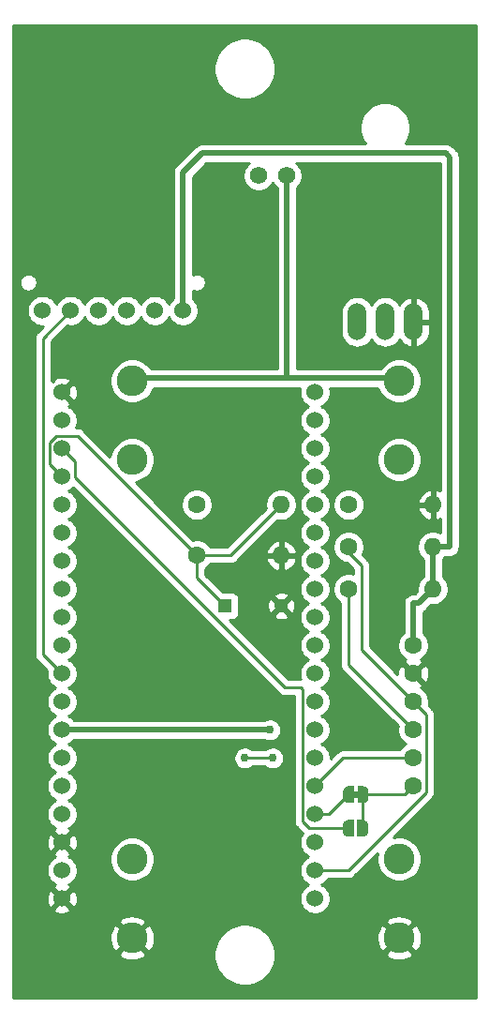
<source format=gbl>
G04 #@! TF.GenerationSoftware,KiCad,Pcbnew,(5.1.10-1-10_14)*
G04 #@! TF.CreationDate,2021-09-07T21:53:28-06:00*
G04 #@! TF.ProjectId,soil_moisture_0.5,736f696c-5f6d-46f6-9973-747572655f30,0.5*
G04 #@! TF.SameCoordinates,Original*
G04 #@! TF.FileFunction,Copper,L2,Bot*
G04 #@! TF.FilePolarity,Positive*
%FSLAX46Y46*%
G04 Gerber Fmt 4.6, Leading zero omitted, Abs format (unit mm)*
G04 Created by KiCad (PCBNEW (5.1.10-1-10_14)) date 2021-09-07 21:53:28*
%MOMM*%
%LPD*%
G01*
G04 APERTURE LIST*
G04 #@! TA.AperFunction,EtchedComponent*
%ADD10C,0.100000*%
G04 #@! TD*
G04 #@! TA.AperFunction,ComponentPad*
%ADD11C,1.574800*%
G04 #@! TD*
G04 #@! TA.AperFunction,ComponentPad*
%ADD12C,1.524000*%
G04 #@! TD*
G04 #@! TA.AperFunction,ComponentPad*
%ADD13C,2.781300*%
G04 #@! TD*
G04 #@! TA.AperFunction,ComponentPad*
%ADD14O,1.676400X3.352800*%
G04 #@! TD*
G04 #@! TA.AperFunction,ComponentPad*
%ADD15C,1.600200*%
G04 #@! TD*
G04 #@! TA.AperFunction,ComponentPad*
%ADD16O,1.600000X1.600000*%
G04 #@! TD*
G04 #@! TA.AperFunction,ComponentPad*
%ADD17C,1.600000*%
G04 #@! TD*
G04 #@! TA.AperFunction,SMDPad,CuDef*
%ADD18C,0.100000*%
G04 #@! TD*
G04 #@! TA.AperFunction,ComponentPad*
%ADD19R,1.270000X1.270000*%
G04 #@! TD*
G04 #@! TA.AperFunction,ComponentPad*
%ADD20C,1.270000*%
G04 #@! TD*
G04 #@! TA.AperFunction,ViaPad*
%ADD21C,0.762000*%
G04 #@! TD*
G04 #@! TA.AperFunction,Conductor*
%ADD22C,0.152400*%
G04 #@! TD*
G04 #@! TA.AperFunction,Conductor*
%ADD23C,0.508000*%
G04 #@! TD*
G04 #@! TA.AperFunction,Conductor*
%ADD24C,0.254000*%
G04 #@! TD*
G04 #@! TA.AperFunction,Conductor*
%ADD25C,0.100000*%
G04 #@! TD*
G04 APERTURE END LIST*
D10*
G36*
X157618000Y-110282000D02*
G01*
X157118000Y-110282000D01*
X157118000Y-109682000D01*
X157618000Y-109682000D01*
X157618000Y-110282000D01*
G37*
D11*
X151130000Y-54102000D03*
X148590000Y-54102000D03*
D12*
X153670000Y-73660000D03*
X153670000Y-76200000D03*
X153670000Y-78740000D03*
X153670000Y-81280000D03*
X153670000Y-83820000D03*
X153670000Y-86360000D03*
X153670000Y-88900000D03*
X153670000Y-91440000D03*
X153670000Y-93980000D03*
X153670000Y-96520000D03*
X153670000Y-99060000D03*
X153670000Y-101600000D03*
X153670000Y-104140000D03*
X153670000Y-106680000D03*
X153670000Y-109220000D03*
X153670000Y-111760000D03*
X153670000Y-114300000D03*
X153670000Y-116840000D03*
X153670000Y-119380000D03*
X130810000Y-73660000D03*
X130810000Y-76200000D03*
X130810000Y-78740000D03*
X130810000Y-81280000D03*
X130810000Y-83820000D03*
X130810000Y-86360000D03*
X130810000Y-88900000D03*
X130810000Y-91440000D03*
X130810000Y-93980000D03*
X130810000Y-96520000D03*
X130810000Y-99060000D03*
X130810000Y-101600000D03*
X130810000Y-104140000D03*
X130810000Y-106680000D03*
X130810000Y-109220000D03*
X130810000Y-111760000D03*
X130810000Y-114300000D03*
X130810000Y-116840000D03*
X130810000Y-119380000D03*
X129032000Y-66294000D03*
X131572000Y-66294000D03*
X134112000Y-66294000D03*
X136652000Y-66294000D03*
X139192000Y-66294000D03*
X141732000Y-66294000D03*
D13*
X161290000Y-79756000D03*
X161290000Y-72644000D03*
X161290000Y-115824000D03*
X161290000Y-122936000D03*
X137160000Y-122936000D03*
X137160000Y-115824000D03*
X137160000Y-72644000D03*
X137160000Y-79756000D03*
D14*
X162560000Y-67310000D03*
X160020000Y-67310000D03*
X157480000Y-67310000D03*
D15*
X162560000Y-96520000D03*
X162560000Y-99060000D03*
X162560000Y-101600000D03*
X162560000Y-104140000D03*
X162560000Y-106680000D03*
X162560000Y-109220000D03*
D16*
X164338000Y-91440000D03*
D17*
X156718000Y-91440000D03*
X156718000Y-87630000D03*
D16*
X164338000Y-87630000D03*
D17*
X156718000Y-83820000D03*
D16*
X164338000Y-83820000D03*
G04 #@! TA.AperFunction,SMDPad,CuDef*
D18*
G36*
X158018000Y-109232602D02*
G01*
X158042534Y-109232602D01*
X158091365Y-109237412D01*
X158139490Y-109246984D01*
X158186445Y-109261228D01*
X158231778Y-109280005D01*
X158275051Y-109303136D01*
X158315850Y-109330396D01*
X158353779Y-109361524D01*
X158388476Y-109396221D01*
X158419604Y-109434150D01*
X158446864Y-109474949D01*
X158469995Y-109518222D01*
X158488772Y-109563555D01*
X158503016Y-109610510D01*
X158512588Y-109658635D01*
X158517398Y-109707466D01*
X158517398Y-109732000D01*
X158518000Y-109732000D01*
X158518000Y-110232000D01*
X158517398Y-110232000D01*
X158517398Y-110256534D01*
X158512588Y-110305365D01*
X158503016Y-110353490D01*
X158488772Y-110400445D01*
X158469995Y-110445778D01*
X158446864Y-110489051D01*
X158419604Y-110529850D01*
X158388476Y-110567779D01*
X158353779Y-110602476D01*
X158315850Y-110633604D01*
X158275051Y-110660864D01*
X158231778Y-110683995D01*
X158186445Y-110702772D01*
X158139490Y-110717016D01*
X158091365Y-110726588D01*
X158042534Y-110731398D01*
X158018000Y-110731398D01*
X158018000Y-110732000D01*
X157518000Y-110732000D01*
X157518000Y-109232000D01*
X158018000Y-109232000D01*
X158018000Y-109232602D01*
G37*
G04 #@! TD.AperFunction*
G04 #@! TA.AperFunction,SMDPad,CuDef*
G36*
X157218000Y-110732000D02*
G01*
X156718000Y-110732000D01*
X156718000Y-110731398D01*
X156693466Y-110731398D01*
X156644635Y-110726588D01*
X156596510Y-110717016D01*
X156549555Y-110702772D01*
X156504222Y-110683995D01*
X156460949Y-110660864D01*
X156420150Y-110633604D01*
X156382221Y-110602476D01*
X156347524Y-110567779D01*
X156316396Y-110529850D01*
X156289136Y-110489051D01*
X156266005Y-110445778D01*
X156247228Y-110400445D01*
X156232984Y-110353490D01*
X156223412Y-110305365D01*
X156218602Y-110256534D01*
X156218602Y-110232000D01*
X156218000Y-110232000D01*
X156218000Y-109732000D01*
X156218602Y-109732000D01*
X156218602Y-109707466D01*
X156223412Y-109658635D01*
X156232984Y-109610510D01*
X156247228Y-109563555D01*
X156266005Y-109518222D01*
X156289136Y-109474949D01*
X156316396Y-109434150D01*
X156347524Y-109396221D01*
X156382221Y-109361524D01*
X156420150Y-109330396D01*
X156460949Y-109303136D01*
X156504222Y-109280005D01*
X156549555Y-109261228D01*
X156596510Y-109246984D01*
X156644635Y-109237412D01*
X156693466Y-109232602D01*
X156718000Y-109232602D01*
X156718000Y-109232000D01*
X157218000Y-109232000D01*
X157218000Y-110732000D01*
G37*
G04 #@! TD.AperFunction*
G04 #@! TA.AperFunction,SMDPad,CuDef*
G36*
X157188000Y-113780000D02*
G01*
X156688000Y-113780000D01*
X156688000Y-113779398D01*
X156663466Y-113779398D01*
X156614635Y-113774588D01*
X156566510Y-113765016D01*
X156519555Y-113750772D01*
X156474222Y-113731995D01*
X156430949Y-113708864D01*
X156390150Y-113681604D01*
X156352221Y-113650476D01*
X156317524Y-113615779D01*
X156286396Y-113577850D01*
X156259136Y-113537051D01*
X156236005Y-113493778D01*
X156217228Y-113448445D01*
X156202984Y-113401490D01*
X156193412Y-113353365D01*
X156188602Y-113304534D01*
X156188602Y-113280000D01*
X156188000Y-113280000D01*
X156188000Y-112780000D01*
X156188602Y-112780000D01*
X156188602Y-112755466D01*
X156193412Y-112706635D01*
X156202984Y-112658510D01*
X156217228Y-112611555D01*
X156236005Y-112566222D01*
X156259136Y-112522949D01*
X156286396Y-112482150D01*
X156317524Y-112444221D01*
X156352221Y-112409524D01*
X156390150Y-112378396D01*
X156430949Y-112351136D01*
X156474222Y-112328005D01*
X156519555Y-112309228D01*
X156566510Y-112294984D01*
X156614635Y-112285412D01*
X156663466Y-112280602D01*
X156688000Y-112280602D01*
X156688000Y-112280000D01*
X157188000Y-112280000D01*
X157188000Y-113780000D01*
G37*
G04 #@! TD.AperFunction*
G04 #@! TA.AperFunction,SMDPad,CuDef*
G36*
X157988000Y-112280602D02*
G01*
X158012534Y-112280602D01*
X158061365Y-112285412D01*
X158109490Y-112294984D01*
X158156445Y-112309228D01*
X158201778Y-112328005D01*
X158245051Y-112351136D01*
X158285850Y-112378396D01*
X158323779Y-112409524D01*
X158358476Y-112444221D01*
X158389604Y-112482150D01*
X158416864Y-112522949D01*
X158439995Y-112566222D01*
X158458772Y-112611555D01*
X158473016Y-112658510D01*
X158482588Y-112706635D01*
X158487398Y-112755466D01*
X158487398Y-112780000D01*
X158488000Y-112780000D01*
X158488000Y-113280000D01*
X158487398Y-113280000D01*
X158487398Y-113304534D01*
X158482588Y-113353365D01*
X158473016Y-113401490D01*
X158458772Y-113448445D01*
X158439995Y-113493778D01*
X158416864Y-113537051D01*
X158389604Y-113577850D01*
X158358476Y-113615779D01*
X158323779Y-113650476D01*
X158285850Y-113681604D01*
X158245051Y-113708864D01*
X158201778Y-113731995D01*
X158156445Y-113750772D01*
X158109490Y-113765016D01*
X158061365Y-113774588D01*
X158012534Y-113779398D01*
X157988000Y-113779398D01*
X157988000Y-113780000D01*
X157488000Y-113780000D01*
X157488000Y-112280000D01*
X157988000Y-112280000D01*
X157988000Y-112280602D01*
G37*
G04 #@! TD.AperFunction*
D19*
X145542000Y-92964000D03*
D20*
X150622000Y-92964000D03*
D17*
X143002000Y-83820000D03*
D16*
X150622000Y-83820000D03*
X150622000Y-88392000D03*
D17*
X143002000Y-88392000D03*
D21*
X149606000Y-104140000D03*
X147320000Y-106680000D03*
X149860000Y-106680000D03*
D22*
X161290000Y-71374000D02*
X160020000Y-72644000D01*
D23*
X161035999Y-72389999D02*
X161290000Y-72644000D01*
X137160000Y-72644000D02*
X137414001Y-72389999D01*
X151129999Y-72389999D02*
X161035999Y-72389999D01*
X137414001Y-72389999D02*
X151129999Y-72389999D01*
X151130000Y-54102000D02*
X151130000Y-72136000D01*
X162560000Y-96520000D02*
X162560000Y-92710000D01*
X163068000Y-92710000D02*
X164338000Y-91440000D01*
X162560000Y-92710000D02*
X163068000Y-92710000D01*
X164338000Y-87630000D02*
X164338000Y-91440000D01*
X130810000Y-104140000D02*
X149606000Y-104140000D01*
X149606000Y-104140000D02*
X149606000Y-104140000D01*
X165862000Y-87630000D02*
X164338000Y-87630000D01*
X165862000Y-52430678D02*
X165862000Y-87630000D01*
X165501322Y-52070000D02*
X165862000Y-52430678D01*
X143510000Y-52070000D02*
X165501322Y-52070000D01*
X141732000Y-53848000D02*
X143510000Y-52070000D01*
X141732000Y-66294000D02*
X141732000Y-53848000D01*
D24*
X163741101Y-102781101D02*
X162560000Y-101600000D01*
X163741101Y-109786929D02*
X163741101Y-102781101D01*
X156688030Y-116840000D02*
X163741101Y-109786929D01*
X153670000Y-116840000D02*
X156688030Y-116840000D01*
X157899001Y-96939001D02*
X157899001Y-89319001D01*
X157899001Y-89319001D02*
X156210000Y-87630000D01*
X162560000Y-101600000D02*
X157899001Y-96939001D01*
X156718000Y-98298000D02*
X156718000Y-91440000D01*
X162560000Y-104140000D02*
X156718000Y-98298000D01*
X129082790Y-68783210D02*
X131572000Y-66294000D01*
X129082790Y-97332790D02*
X129082790Y-68783210D01*
X130810000Y-99060000D02*
X129082790Y-97332790D01*
X147320000Y-106680000D02*
X149860000Y-106680000D01*
X152526999Y-112394999D02*
X153162000Y-113030000D01*
X153162000Y-113030000D02*
X156688000Y-113030000D01*
X152526999Y-100456999D02*
X152526999Y-112394999D01*
X131953001Y-81330803D02*
X150952198Y-100330000D01*
X131953001Y-79883001D02*
X131953001Y-81330803D01*
X130810000Y-78740000D02*
X131953001Y-79883001D01*
X152400000Y-100330000D02*
X152526999Y-100456999D01*
X150952198Y-100330000D02*
X152400000Y-100330000D01*
X156210000Y-106680000D02*
X162560000Y-106680000D01*
X153670000Y-109220000D02*
X156210000Y-106680000D01*
X161798000Y-109982000D02*
X162560000Y-109220000D01*
X158018000Y-109982000D02*
X161798000Y-109982000D01*
X157988000Y-110012000D02*
X158018000Y-109982000D01*
X157988000Y-113030000D02*
X157988000Y-110012000D01*
X154940000Y-111760000D02*
X156718000Y-109982000D01*
X153670000Y-111760000D02*
X154940000Y-111760000D01*
X132206999Y-77596999D02*
X143002000Y-88392000D01*
X130261359Y-77596999D02*
X132206999Y-77596999D01*
X129666999Y-78191359D02*
X130261359Y-77596999D01*
X129666999Y-80136999D02*
X129666999Y-78191359D01*
X130810000Y-81280000D02*
X129666999Y-80136999D01*
X143002000Y-90424000D02*
X145542000Y-92964000D01*
X143002000Y-88392000D02*
X143002000Y-90424000D01*
X146050000Y-88392000D02*
X150622000Y-83820000D01*
X143002000Y-88392000D02*
X146050000Y-88392000D01*
X168250001Y-128372000D02*
X126390000Y-128372000D01*
X126390000Y-124349789D01*
X135925817Y-124349789D01*
X136068668Y-124654155D01*
X136424833Y-124834049D01*
X136809250Y-124941003D01*
X137207146Y-124970905D01*
X137603230Y-124922607D01*
X137982281Y-124797964D01*
X138251332Y-124654155D01*
X138394183Y-124349789D01*
X138230096Y-124185701D01*
X144535000Y-124185701D01*
X144535000Y-124734299D01*
X144642026Y-125272354D01*
X144851965Y-125779192D01*
X145156750Y-126235334D01*
X145544666Y-126623250D01*
X146000808Y-126928035D01*
X146507646Y-127137974D01*
X147045701Y-127245000D01*
X147594299Y-127245000D01*
X148132354Y-127137974D01*
X148639192Y-126928035D01*
X149095334Y-126623250D01*
X149483250Y-126235334D01*
X149788035Y-125779192D01*
X149997974Y-125272354D01*
X150105000Y-124734299D01*
X150105000Y-124349789D01*
X160055817Y-124349789D01*
X160198668Y-124654155D01*
X160554833Y-124834049D01*
X160939250Y-124941003D01*
X161337146Y-124970905D01*
X161733230Y-124922607D01*
X162112281Y-124797964D01*
X162381332Y-124654155D01*
X162524183Y-124349789D01*
X161290000Y-123115605D01*
X160055817Y-124349789D01*
X150105000Y-124349789D01*
X150105000Y-124185701D01*
X149997974Y-123647646D01*
X149788035Y-123140808D01*
X149682689Y-122983146D01*
X159255095Y-122983146D01*
X159303393Y-123379230D01*
X159428036Y-123758281D01*
X159571845Y-124027332D01*
X159876211Y-124170183D01*
X161110395Y-122936000D01*
X161469605Y-122936000D01*
X162703789Y-124170183D01*
X163008155Y-124027332D01*
X163188049Y-123671167D01*
X163295003Y-123286750D01*
X163324905Y-122888854D01*
X163276607Y-122492770D01*
X163151964Y-122113719D01*
X163008155Y-121844668D01*
X162703789Y-121701817D01*
X161469605Y-122936000D01*
X161110395Y-122936000D01*
X159876211Y-121701817D01*
X159571845Y-121844668D01*
X159391951Y-122200833D01*
X159284997Y-122585250D01*
X159255095Y-122983146D01*
X149682689Y-122983146D01*
X149483250Y-122684666D01*
X149095334Y-122296750D01*
X148639192Y-121991965D01*
X148132354Y-121782026D01*
X147594299Y-121675000D01*
X147045701Y-121675000D01*
X146507646Y-121782026D01*
X146000808Y-121991965D01*
X145544666Y-122296750D01*
X145156750Y-122684666D01*
X144851965Y-123140808D01*
X144642026Y-123647646D01*
X144535000Y-124185701D01*
X138230096Y-124185701D01*
X137160000Y-123115605D01*
X135925817Y-124349789D01*
X126390000Y-124349789D01*
X126390000Y-122983146D01*
X135125095Y-122983146D01*
X135173393Y-123379230D01*
X135298036Y-123758281D01*
X135441845Y-124027332D01*
X135746211Y-124170183D01*
X136980395Y-122936000D01*
X137339605Y-122936000D01*
X138573789Y-124170183D01*
X138878155Y-124027332D01*
X139058049Y-123671167D01*
X139165003Y-123286750D01*
X139194905Y-122888854D01*
X139146607Y-122492770D01*
X139021964Y-122113719D01*
X138878155Y-121844668D01*
X138573789Y-121701817D01*
X137339605Y-122936000D01*
X136980395Y-122936000D01*
X135746211Y-121701817D01*
X135441845Y-121844668D01*
X135261951Y-122200833D01*
X135154997Y-122585250D01*
X135125095Y-122983146D01*
X126390000Y-122983146D01*
X126390000Y-121522211D01*
X135925817Y-121522211D01*
X137160000Y-122756395D01*
X138394183Y-121522211D01*
X160055817Y-121522211D01*
X161290000Y-122756395D01*
X162524183Y-121522211D01*
X162381332Y-121217845D01*
X162025167Y-121037951D01*
X161640750Y-120930997D01*
X161242854Y-120901095D01*
X160846770Y-120949393D01*
X160467719Y-121074036D01*
X160198668Y-121217845D01*
X160055817Y-121522211D01*
X138394183Y-121522211D01*
X138251332Y-121217845D01*
X137895167Y-121037951D01*
X137510750Y-120930997D01*
X137112854Y-120901095D01*
X136716770Y-120949393D01*
X136337719Y-121074036D01*
X136068668Y-121217845D01*
X135925817Y-121522211D01*
X126390000Y-121522211D01*
X126390000Y-120345565D01*
X130024040Y-120345565D01*
X130091020Y-120585656D01*
X130340048Y-120702756D01*
X130607135Y-120769023D01*
X130882017Y-120781910D01*
X131154133Y-120740922D01*
X131413023Y-120647636D01*
X131528980Y-120585656D01*
X131595960Y-120345565D01*
X130810000Y-119559605D01*
X130024040Y-120345565D01*
X126390000Y-120345565D01*
X126390000Y-119452017D01*
X129408090Y-119452017D01*
X129449078Y-119724133D01*
X129542364Y-119983023D01*
X129604344Y-120098980D01*
X129844435Y-120165960D01*
X130630395Y-119380000D01*
X130989605Y-119380000D01*
X131775565Y-120165960D01*
X132015656Y-120098980D01*
X132132756Y-119849952D01*
X132199023Y-119582865D01*
X132211910Y-119307983D01*
X132170922Y-119035867D01*
X132077636Y-118776977D01*
X132015656Y-118661020D01*
X131775565Y-118594040D01*
X130989605Y-119380000D01*
X130630395Y-119380000D01*
X129844435Y-118594040D01*
X129604344Y-118661020D01*
X129487244Y-118910048D01*
X129420977Y-119177135D01*
X129408090Y-119452017D01*
X126390000Y-119452017D01*
X126390000Y-116702408D01*
X129413000Y-116702408D01*
X129413000Y-116977592D01*
X129466686Y-117247490D01*
X129571995Y-117501727D01*
X129724880Y-117730535D01*
X129919465Y-117925120D01*
X130148273Y-118078005D01*
X130219943Y-118107692D01*
X130206977Y-118112364D01*
X130091020Y-118174344D01*
X130024040Y-118414435D01*
X130810000Y-119200395D01*
X131595960Y-118414435D01*
X131528980Y-118174344D01*
X131393240Y-118110515D01*
X131471727Y-118078005D01*
X131700535Y-117925120D01*
X131895120Y-117730535D01*
X132048005Y-117501727D01*
X132153314Y-117247490D01*
X132207000Y-116977592D01*
X132207000Y-116702408D01*
X132153314Y-116432510D01*
X132048005Y-116178273D01*
X131895120Y-115949465D01*
X131700535Y-115754880D01*
X131505395Y-115624491D01*
X135134350Y-115624491D01*
X135134350Y-116023509D01*
X135212195Y-116414860D01*
X135364892Y-116783505D01*
X135586575Y-117115276D01*
X135868724Y-117397425D01*
X136200495Y-117619108D01*
X136569140Y-117771805D01*
X136960491Y-117849650D01*
X137359509Y-117849650D01*
X137750860Y-117771805D01*
X138119505Y-117619108D01*
X138451276Y-117397425D01*
X138733425Y-117115276D01*
X138955108Y-116783505D01*
X139107805Y-116414860D01*
X139185650Y-116023509D01*
X139185650Y-115624491D01*
X139107805Y-115233140D01*
X138955108Y-114864495D01*
X138733425Y-114532724D01*
X138451276Y-114250575D01*
X138119505Y-114028892D01*
X137750860Y-113876195D01*
X137359509Y-113798350D01*
X136960491Y-113798350D01*
X136569140Y-113876195D01*
X136200495Y-114028892D01*
X135868724Y-114250575D01*
X135586575Y-114532724D01*
X135364892Y-114864495D01*
X135212195Y-115233140D01*
X135134350Y-115624491D01*
X131505395Y-115624491D01*
X131471727Y-115601995D01*
X131400057Y-115572308D01*
X131413023Y-115567636D01*
X131528980Y-115505656D01*
X131595960Y-115265565D01*
X130810000Y-114479605D01*
X130024040Y-115265565D01*
X130091020Y-115505656D01*
X130226760Y-115569485D01*
X130148273Y-115601995D01*
X129919465Y-115754880D01*
X129724880Y-115949465D01*
X129571995Y-116178273D01*
X129466686Y-116432510D01*
X129413000Y-116702408D01*
X126390000Y-116702408D01*
X126390000Y-114372017D01*
X129408090Y-114372017D01*
X129449078Y-114644133D01*
X129542364Y-114903023D01*
X129604344Y-115018980D01*
X129844435Y-115085960D01*
X130630395Y-114300000D01*
X130989605Y-114300000D01*
X131775565Y-115085960D01*
X132015656Y-115018980D01*
X132132756Y-114769952D01*
X132199023Y-114502865D01*
X132211910Y-114227983D01*
X132170922Y-113955867D01*
X132077636Y-113696977D01*
X132015656Y-113581020D01*
X131775565Y-113514040D01*
X130989605Y-114300000D01*
X130630395Y-114300000D01*
X129844435Y-113514040D01*
X129604344Y-113581020D01*
X129487244Y-113830048D01*
X129420977Y-114097135D01*
X129408090Y-114372017D01*
X126390000Y-114372017D01*
X126390000Y-66156408D01*
X127635000Y-66156408D01*
X127635000Y-66431592D01*
X127688686Y-66701490D01*
X127793995Y-66955727D01*
X127946880Y-67184535D01*
X128141465Y-67379120D01*
X128370273Y-67532005D01*
X128624510Y-67637314D01*
X128894408Y-67691000D01*
X129097370Y-67691000D01*
X128570439Y-68217931D01*
X128541369Y-68241788D01*
X128517512Y-68270858D01*
X128517511Y-68270859D01*
X128446145Y-68357818D01*
X128375389Y-68490195D01*
X128331817Y-68633832D01*
X128317104Y-68783210D01*
X128320791Y-68820643D01*
X128320790Y-97295367D01*
X128317104Y-97332790D01*
X128320790Y-97370213D01*
X128320790Y-97370215D01*
X128331816Y-97482167D01*
X128375388Y-97625804D01*
X128395270Y-97663000D01*
X128446145Y-97758182D01*
X128485773Y-97806468D01*
X128541368Y-97874212D01*
X128570444Y-97898074D01*
X129443159Y-98770789D01*
X129413000Y-98922408D01*
X129413000Y-99197592D01*
X129466686Y-99467490D01*
X129571995Y-99721727D01*
X129724880Y-99950535D01*
X129919465Y-100145120D01*
X130148273Y-100298005D01*
X130225515Y-100330000D01*
X130148273Y-100361995D01*
X129919465Y-100514880D01*
X129724880Y-100709465D01*
X129571995Y-100938273D01*
X129466686Y-101192510D01*
X129413000Y-101462408D01*
X129413000Y-101737592D01*
X129466686Y-102007490D01*
X129571995Y-102261727D01*
X129724880Y-102490535D01*
X129919465Y-102685120D01*
X130148273Y-102838005D01*
X130225515Y-102870000D01*
X130148273Y-102901995D01*
X129919465Y-103054880D01*
X129724880Y-103249465D01*
X129571995Y-103478273D01*
X129466686Y-103732510D01*
X129413000Y-104002408D01*
X129413000Y-104277592D01*
X129466686Y-104547490D01*
X129571995Y-104801727D01*
X129724880Y-105030535D01*
X129919465Y-105225120D01*
X130148273Y-105378005D01*
X130225515Y-105410000D01*
X130148273Y-105441995D01*
X129919465Y-105594880D01*
X129724880Y-105789465D01*
X129571995Y-106018273D01*
X129466686Y-106272510D01*
X129413000Y-106542408D01*
X129413000Y-106817592D01*
X129466686Y-107087490D01*
X129571995Y-107341727D01*
X129724880Y-107570535D01*
X129919465Y-107765120D01*
X130148273Y-107918005D01*
X130225515Y-107950000D01*
X130148273Y-107981995D01*
X129919465Y-108134880D01*
X129724880Y-108329465D01*
X129571995Y-108558273D01*
X129466686Y-108812510D01*
X129413000Y-109082408D01*
X129413000Y-109357592D01*
X129466686Y-109627490D01*
X129571995Y-109881727D01*
X129724880Y-110110535D01*
X129919465Y-110305120D01*
X130148273Y-110458005D01*
X130225515Y-110490000D01*
X130148273Y-110521995D01*
X129919465Y-110674880D01*
X129724880Y-110869465D01*
X129571995Y-111098273D01*
X129466686Y-111352510D01*
X129413000Y-111622408D01*
X129413000Y-111897592D01*
X129466686Y-112167490D01*
X129571995Y-112421727D01*
X129724880Y-112650535D01*
X129919465Y-112845120D01*
X130148273Y-112998005D01*
X130219943Y-113027692D01*
X130206977Y-113032364D01*
X130091020Y-113094344D01*
X130024040Y-113334435D01*
X130810000Y-114120395D01*
X131595960Y-113334435D01*
X131528980Y-113094344D01*
X131393240Y-113030515D01*
X131471727Y-112998005D01*
X131700535Y-112845120D01*
X131895120Y-112650535D01*
X132048005Y-112421727D01*
X132153314Y-112167490D01*
X132207000Y-111897592D01*
X132207000Y-111622408D01*
X132153314Y-111352510D01*
X132048005Y-111098273D01*
X131895120Y-110869465D01*
X131700535Y-110674880D01*
X131471727Y-110521995D01*
X131394485Y-110490000D01*
X131471727Y-110458005D01*
X131700535Y-110305120D01*
X131895120Y-110110535D01*
X132048005Y-109881727D01*
X132153314Y-109627490D01*
X132207000Y-109357592D01*
X132207000Y-109082408D01*
X132153314Y-108812510D01*
X132048005Y-108558273D01*
X131895120Y-108329465D01*
X131700535Y-108134880D01*
X131471727Y-107981995D01*
X131394485Y-107950000D01*
X131471727Y-107918005D01*
X131700535Y-107765120D01*
X131895120Y-107570535D01*
X132048005Y-107341727D01*
X132153314Y-107087490D01*
X132207000Y-106817592D01*
X132207000Y-106579933D01*
X146304000Y-106579933D01*
X146304000Y-106780067D01*
X146343044Y-106976356D01*
X146419632Y-107161256D01*
X146530821Y-107327662D01*
X146672338Y-107469179D01*
X146838744Y-107580368D01*
X147023644Y-107656956D01*
X147219933Y-107696000D01*
X147420067Y-107696000D01*
X147616356Y-107656956D01*
X147801256Y-107580368D01*
X147967662Y-107469179D01*
X147994841Y-107442000D01*
X149185159Y-107442000D01*
X149212338Y-107469179D01*
X149378744Y-107580368D01*
X149563644Y-107656956D01*
X149759933Y-107696000D01*
X149960067Y-107696000D01*
X150156356Y-107656956D01*
X150341256Y-107580368D01*
X150507662Y-107469179D01*
X150649179Y-107327662D01*
X150760368Y-107161256D01*
X150836956Y-106976356D01*
X150876000Y-106780067D01*
X150876000Y-106579933D01*
X150836956Y-106383644D01*
X150760368Y-106198744D01*
X150649179Y-106032338D01*
X150507662Y-105890821D01*
X150341256Y-105779632D01*
X150156356Y-105703044D01*
X149960067Y-105664000D01*
X149759933Y-105664000D01*
X149563644Y-105703044D01*
X149378744Y-105779632D01*
X149212338Y-105890821D01*
X149185159Y-105918000D01*
X147994841Y-105918000D01*
X147967662Y-105890821D01*
X147801256Y-105779632D01*
X147616356Y-105703044D01*
X147420067Y-105664000D01*
X147219933Y-105664000D01*
X147023644Y-105703044D01*
X146838744Y-105779632D01*
X146672338Y-105890821D01*
X146530821Y-106032338D01*
X146419632Y-106198744D01*
X146343044Y-106383644D01*
X146304000Y-106579933D01*
X132207000Y-106579933D01*
X132207000Y-106542408D01*
X132153314Y-106272510D01*
X132048005Y-106018273D01*
X131895120Y-105789465D01*
X131700535Y-105594880D01*
X131471727Y-105441995D01*
X131394485Y-105410000D01*
X131471727Y-105378005D01*
X131700535Y-105225120D01*
X131895120Y-105030535D01*
X131896146Y-105029000D01*
X149107731Y-105029000D01*
X149124744Y-105040368D01*
X149309644Y-105116956D01*
X149505933Y-105156000D01*
X149706067Y-105156000D01*
X149902356Y-105116956D01*
X150087256Y-105040368D01*
X150253662Y-104929179D01*
X150395179Y-104787662D01*
X150506368Y-104621256D01*
X150582956Y-104436356D01*
X150622000Y-104240067D01*
X150622000Y-104039933D01*
X150582956Y-103843644D01*
X150506368Y-103658744D01*
X150395179Y-103492338D01*
X150253662Y-103350821D01*
X150087256Y-103239632D01*
X149902356Y-103163044D01*
X149706067Y-103124000D01*
X149505933Y-103124000D01*
X149309644Y-103163044D01*
X149124744Y-103239632D01*
X149107731Y-103251000D01*
X131896146Y-103251000D01*
X131895120Y-103249465D01*
X131700535Y-103054880D01*
X131471727Y-102901995D01*
X131394485Y-102870000D01*
X131471727Y-102838005D01*
X131700535Y-102685120D01*
X131895120Y-102490535D01*
X132048005Y-102261727D01*
X132153314Y-102007490D01*
X132207000Y-101737592D01*
X132207000Y-101462408D01*
X132153314Y-101192510D01*
X132048005Y-100938273D01*
X131895120Y-100709465D01*
X131700535Y-100514880D01*
X131471727Y-100361995D01*
X131394485Y-100330000D01*
X131471727Y-100298005D01*
X131700535Y-100145120D01*
X131895120Y-99950535D01*
X132048005Y-99721727D01*
X132153314Y-99467490D01*
X132207000Y-99197592D01*
X132207000Y-98922408D01*
X132153314Y-98652510D01*
X132048005Y-98398273D01*
X131895120Y-98169465D01*
X131700535Y-97974880D01*
X131471727Y-97821995D01*
X131394485Y-97790000D01*
X131471727Y-97758005D01*
X131700535Y-97605120D01*
X131895120Y-97410535D01*
X132048005Y-97181727D01*
X132153314Y-96927490D01*
X132207000Y-96657592D01*
X132207000Y-96382408D01*
X132153314Y-96112510D01*
X132048005Y-95858273D01*
X131895120Y-95629465D01*
X131700535Y-95434880D01*
X131471727Y-95281995D01*
X131394485Y-95250000D01*
X131471727Y-95218005D01*
X131700535Y-95065120D01*
X131895120Y-94870535D01*
X132048005Y-94641727D01*
X132153314Y-94387490D01*
X132207000Y-94117592D01*
X132207000Y-93842408D01*
X132153314Y-93572510D01*
X132048005Y-93318273D01*
X131895120Y-93089465D01*
X131700535Y-92894880D01*
X131471727Y-92741995D01*
X131394485Y-92710000D01*
X131471727Y-92678005D01*
X131700535Y-92525120D01*
X131895120Y-92330535D01*
X132048005Y-92101727D01*
X132153314Y-91847490D01*
X132207000Y-91577592D01*
X132207000Y-91302408D01*
X132153314Y-91032510D01*
X132048005Y-90778273D01*
X131895120Y-90549465D01*
X131700535Y-90354880D01*
X131471727Y-90201995D01*
X131394485Y-90170000D01*
X131471727Y-90138005D01*
X131700535Y-89985120D01*
X131895120Y-89790535D01*
X132048005Y-89561727D01*
X132153314Y-89307490D01*
X132207000Y-89037592D01*
X132207000Y-88762408D01*
X132153314Y-88492510D01*
X132048005Y-88238273D01*
X131895120Y-88009465D01*
X131700535Y-87814880D01*
X131471727Y-87661995D01*
X131394485Y-87630000D01*
X131471727Y-87598005D01*
X131700535Y-87445120D01*
X131895120Y-87250535D01*
X132048005Y-87021727D01*
X132153314Y-86767490D01*
X132207000Y-86497592D01*
X132207000Y-86222408D01*
X132153314Y-85952510D01*
X132048005Y-85698273D01*
X131895120Y-85469465D01*
X131700535Y-85274880D01*
X131471727Y-85121995D01*
X131394485Y-85090000D01*
X131471727Y-85058005D01*
X131700535Y-84905120D01*
X131895120Y-84710535D01*
X132048005Y-84481727D01*
X132153314Y-84227490D01*
X132207000Y-83957592D01*
X132207000Y-83682408D01*
X132153314Y-83412510D01*
X132048005Y-83158273D01*
X131895120Y-82929465D01*
X131700535Y-82734880D01*
X131471727Y-82581995D01*
X131394485Y-82550000D01*
X131471727Y-82518005D01*
X131700535Y-82365120D01*
X131805111Y-82260544D01*
X150386918Y-100842351D01*
X150410776Y-100871422D01*
X150526806Y-100966645D01*
X150659183Y-101037402D01*
X150802820Y-101080974D01*
X150914772Y-101092000D01*
X150914774Y-101092000D01*
X150952197Y-101095686D01*
X150989620Y-101092000D01*
X151764999Y-101092000D01*
X151765000Y-112357566D01*
X151761313Y-112394999D01*
X151776026Y-112544377D01*
X151819598Y-112688014D01*
X151890354Y-112820391D01*
X151958150Y-112903000D01*
X151985578Y-112936421D01*
X152014648Y-112960278D01*
X152536396Y-113482027D01*
X152431995Y-113638273D01*
X152326686Y-113892510D01*
X152273000Y-114162408D01*
X152273000Y-114437592D01*
X152326686Y-114707490D01*
X152431995Y-114961727D01*
X152584880Y-115190535D01*
X152779465Y-115385120D01*
X153008273Y-115538005D01*
X153085515Y-115570000D01*
X153008273Y-115601995D01*
X152779465Y-115754880D01*
X152584880Y-115949465D01*
X152431995Y-116178273D01*
X152326686Y-116432510D01*
X152273000Y-116702408D01*
X152273000Y-116977592D01*
X152326686Y-117247490D01*
X152431995Y-117501727D01*
X152584880Y-117730535D01*
X152779465Y-117925120D01*
X153008273Y-118078005D01*
X153085515Y-118110000D01*
X153008273Y-118141995D01*
X152779465Y-118294880D01*
X152584880Y-118489465D01*
X152431995Y-118718273D01*
X152326686Y-118972510D01*
X152273000Y-119242408D01*
X152273000Y-119517592D01*
X152326686Y-119787490D01*
X152431995Y-120041727D01*
X152584880Y-120270535D01*
X152779465Y-120465120D01*
X153008273Y-120618005D01*
X153262510Y-120723314D01*
X153532408Y-120777000D01*
X153807592Y-120777000D01*
X154077490Y-120723314D01*
X154331727Y-120618005D01*
X154560535Y-120465120D01*
X154755120Y-120270535D01*
X154908005Y-120041727D01*
X155013314Y-119787490D01*
X155067000Y-119517592D01*
X155067000Y-119242408D01*
X155013314Y-118972510D01*
X154908005Y-118718273D01*
X154755120Y-118489465D01*
X154560535Y-118294880D01*
X154331727Y-118141995D01*
X154254485Y-118110000D01*
X154331727Y-118078005D01*
X154560535Y-117925120D01*
X154755120Y-117730535D01*
X154841005Y-117602000D01*
X156650607Y-117602000D01*
X156688030Y-117605686D01*
X156725453Y-117602000D01*
X156725456Y-117602000D01*
X156837408Y-117590974D01*
X156981045Y-117547402D01*
X157113422Y-117476645D01*
X157229452Y-117381422D01*
X157253314Y-117352346D01*
X159334665Y-115270995D01*
X159264350Y-115624491D01*
X159264350Y-116023509D01*
X159342195Y-116414860D01*
X159494892Y-116783505D01*
X159716575Y-117115276D01*
X159998724Y-117397425D01*
X160330495Y-117619108D01*
X160699140Y-117771805D01*
X161090491Y-117849650D01*
X161489509Y-117849650D01*
X161880860Y-117771805D01*
X162249505Y-117619108D01*
X162581276Y-117397425D01*
X162863425Y-117115276D01*
X163085108Y-116783505D01*
X163237805Y-116414860D01*
X163315650Y-116023509D01*
X163315650Y-115624491D01*
X163237805Y-115233140D01*
X163085108Y-114864495D01*
X162863425Y-114532724D01*
X162581276Y-114250575D01*
X162249505Y-114028892D01*
X161880860Y-113876195D01*
X161489509Y-113798350D01*
X161090491Y-113798350D01*
X160736995Y-113868665D01*
X164253448Y-110352212D01*
X164282523Y-110328351D01*
X164361596Y-110232000D01*
X164377746Y-110212322D01*
X164448502Y-110079945D01*
X164448503Y-110079944D01*
X164492075Y-109936307D01*
X164503101Y-109824355D01*
X164503101Y-109824352D01*
X164506787Y-109786929D01*
X164503101Y-109749506D01*
X164503101Y-102818523D01*
X164506787Y-102781100D01*
X164503101Y-102743675D01*
X164492075Y-102631723D01*
X164448503Y-102488086D01*
X164377746Y-102355709D01*
X164282523Y-102239679D01*
X164253453Y-102215822D01*
X163959243Y-101921612D01*
X163995100Y-101741345D01*
X163995100Y-101458655D01*
X163939950Y-101181397D01*
X163831769Y-100920225D01*
X163674715Y-100685177D01*
X163474823Y-100485285D01*
X163241068Y-100329095D01*
X163301574Y-100296754D01*
X163373169Y-100052774D01*
X162560000Y-99239605D01*
X162545858Y-99253748D01*
X162366253Y-99074143D01*
X162380395Y-99060000D01*
X162739605Y-99060000D01*
X163552774Y-99873169D01*
X163796754Y-99801574D01*
X163917664Y-99546046D01*
X163986400Y-99271839D01*
X164000320Y-98989492D01*
X163958889Y-98709853D01*
X163863700Y-98443672D01*
X163796754Y-98318426D01*
X163552774Y-98246831D01*
X162739605Y-99060000D01*
X162380395Y-99060000D01*
X161567226Y-98246831D01*
X161323246Y-98318426D01*
X161202336Y-98573954D01*
X161133600Y-98848161D01*
X161121957Y-99084326D01*
X158661001Y-96623371D01*
X158661001Y-89356423D01*
X158664687Y-89319000D01*
X158661001Y-89281575D01*
X158649975Y-89169623D01*
X158606403Y-89025986D01*
X158535646Y-88893609D01*
X158440423Y-88777579D01*
X158411353Y-88753722D01*
X157980739Y-88323108D01*
X157989680Y-88309727D01*
X158097853Y-88048574D01*
X158153000Y-87771335D01*
X158153000Y-87488665D01*
X158097853Y-87211426D01*
X157989680Y-86950273D01*
X157832637Y-86715241D01*
X157632759Y-86515363D01*
X157397727Y-86358320D01*
X157136574Y-86250147D01*
X156859335Y-86195000D01*
X156576665Y-86195000D01*
X156299426Y-86250147D01*
X156038273Y-86358320D01*
X155803241Y-86515363D01*
X155603363Y-86715241D01*
X155446320Y-86950273D01*
X155338147Y-87211426D01*
X155283000Y-87488665D01*
X155283000Y-87771335D01*
X155338147Y-88048574D01*
X155446320Y-88309727D01*
X155603363Y-88544759D01*
X155803241Y-88744637D01*
X156038273Y-88901680D01*
X156299426Y-89009853D01*
X156565061Y-89062692D01*
X157137002Y-89634633D01*
X157137002Y-90060324D01*
X157136574Y-90060147D01*
X156859335Y-90005000D01*
X156576665Y-90005000D01*
X156299426Y-90060147D01*
X156038273Y-90168320D01*
X155803241Y-90325363D01*
X155603363Y-90525241D01*
X155446320Y-90760273D01*
X155338147Y-91021426D01*
X155283000Y-91298665D01*
X155283000Y-91581335D01*
X155338147Y-91858574D01*
X155446320Y-92119727D01*
X155603363Y-92354759D01*
X155803241Y-92554637D01*
X155956001Y-92656708D01*
X155956000Y-98260577D01*
X155952314Y-98298000D01*
X155956000Y-98335423D01*
X155956000Y-98335425D01*
X155967026Y-98447377D01*
X156010598Y-98591014D01*
X156010599Y-98591015D01*
X156081355Y-98723392D01*
X156117130Y-98766984D01*
X156176578Y-98839422D01*
X156205654Y-98863284D01*
X161160757Y-103818387D01*
X161124900Y-103998655D01*
X161124900Y-104281345D01*
X161180050Y-104558603D01*
X161288231Y-104819775D01*
X161445285Y-105054823D01*
X161645177Y-105254715D01*
X161877578Y-105410000D01*
X161645177Y-105565285D01*
X161445285Y-105765177D01*
X161343172Y-105918000D01*
X156247422Y-105918000D01*
X156209999Y-105914314D01*
X156172576Y-105918000D01*
X156172574Y-105918000D01*
X156060622Y-105929026D01*
X155916985Y-105972598D01*
X155784608Y-106043355D01*
X155668578Y-106138578D01*
X155644721Y-106167648D01*
X155067000Y-106745369D01*
X155067000Y-106542408D01*
X155013314Y-106272510D01*
X154908005Y-106018273D01*
X154755120Y-105789465D01*
X154560535Y-105594880D01*
X154331727Y-105441995D01*
X154254485Y-105410000D01*
X154331727Y-105378005D01*
X154560535Y-105225120D01*
X154755120Y-105030535D01*
X154908005Y-104801727D01*
X155013314Y-104547490D01*
X155067000Y-104277592D01*
X155067000Y-104002408D01*
X155013314Y-103732510D01*
X154908005Y-103478273D01*
X154755120Y-103249465D01*
X154560535Y-103054880D01*
X154331727Y-102901995D01*
X154254485Y-102870000D01*
X154331727Y-102838005D01*
X154560535Y-102685120D01*
X154755120Y-102490535D01*
X154908005Y-102261727D01*
X155013314Y-102007490D01*
X155067000Y-101737592D01*
X155067000Y-101462408D01*
X155013314Y-101192510D01*
X154908005Y-100938273D01*
X154755120Y-100709465D01*
X154560535Y-100514880D01*
X154331727Y-100361995D01*
X154254485Y-100330000D01*
X154331727Y-100298005D01*
X154560535Y-100145120D01*
X154755120Y-99950535D01*
X154908005Y-99721727D01*
X155013314Y-99467490D01*
X155067000Y-99197592D01*
X155067000Y-98922408D01*
X155013314Y-98652510D01*
X154908005Y-98398273D01*
X154755120Y-98169465D01*
X154560535Y-97974880D01*
X154331727Y-97821995D01*
X154254485Y-97790000D01*
X154331727Y-97758005D01*
X154560535Y-97605120D01*
X154755120Y-97410535D01*
X154908005Y-97181727D01*
X155013314Y-96927490D01*
X155067000Y-96657592D01*
X155067000Y-96382408D01*
X155013314Y-96112510D01*
X154908005Y-95858273D01*
X154755120Y-95629465D01*
X154560535Y-95434880D01*
X154331727Y-95281995D01*
X154254485Y-95250000D01*
X154331727Y-95218005D01*
X154560535Y-95065120D01*
X154755120Y-94870535D01*
X154908005Y-94641727D01*
X155013314Y-94387490D01*
X155067000Y-94117592D01*
X155067000Y-93842408D01*
X155013314Y-93572510D01*
X154908005Y-93318273D01*
X154755120Y-93089465D01*
X154560535Y-92894880D01*
X154331727Y-92741995D01*
X154254485Y-92710000D01*
X154331727Y-92678005D01*
X154560535Y-92525120D01*
X154755120Y-92330535D01*
X154908005Y-92101727D01*
X155013314Y-91847490D01*
X155067000Y-91577592D01*
X155067000Y-91302408D01*
X155013314Y-91032510D01*
X154908005Y-90778273D01*
X154755120Y-90549465D01*
X154560535Y-90354880D01*
X154331727Y-90201995D01*
X154254485Y-90170000D01*
X154331727Y-90138005D01*
X154560535Y-89985120D01*
X154755120Y-89790535D01*
X154908005Y-89561727D01*
X155013314Y-89307490D01*
X155067000Y-89037592D01*
X155067000Y-88762408D01*
X155013314Y-88492510D01*
X154908005Y-88238273D01*
X154755120Y-88009465D01*
X154560535Y-87814880D01*
X154331727Y-87661995D01*
X154254485Y-87630000D01*
X154331727Y-87598005D01*
X154560535Y-87445120D01*
X154755120Y-87250535D01*
X154908005Y-87021727D01*
X155013314Y-86767490D01*
X155067000Y-86497592D01*
X155067000Y-86222408D01*
X155013314Y-85952510D01*
X154908005Y-85698273D01*
X154755120Y-85469465D01*
X154560535Y-85274880D01*
X154331727Y-85121995D01*
X154254485Y-85090000D01*
X154331727Y-85058005D01*
X154560535Y-84905120D01*
X154755120Y-84710535D01*
X154908005Y-84481727D01*
X155013314Y-84227490D01*
X155067000Y-83957592D01*
X155067000Y-83682408D01*
X155066256Y-83678665D01*
X155283000Y-83678665D01*
X155283000Y-83961335D01*
X155338147Y-84238574D01*
X155446320Y-84499727D01*
X155603363Y-84734759D01*
X155803241Y-84934637D01*
X156038273Y-85091680D01*
X156299426Y-85199853D01*
X156576665Y-85255000D01*
X156859335Y-85255000D01*
X157136574Y-85199853D01*
X157397727Y-85091680D01*
X157632759Y-84934637D01*
X157832637Y-84734759D01*
X157989680Y-84499727D01*
X158097853Y-84238574D01*
X158111684Y-84169039D01*
X162946096Y-84169039D01*
X162986754Y-84303087D01*
X163106963Y-84557420D01*
X163274481Y-84783414D01*
X163482869Y-84972385D01*
X163724119Y-85117070D01*
X163988960Y-85211909D01*
X164211000Y-85090624D01*
X164211000Y-83947000D01*
X163068085Y-83947000D01*
X162946096Y-84169039D01*
X158111684Y-84169039D01*
X158153000Y-83961335D01*
X158153000Y-83678665D01*
X158111685Y-83470961D01*
X162946096Y-83470961D01*
X163068085Y-83693000D01*
X164211000Y-83693000D01*
X164211000Y-82549376D01*
X163988960Y-82428091D01*
X163724119Y-82522930D01*
X163482869Y-82667615D01*
X163274481Y-82856586D01*
X163106963Y-83082580D01*
X162986754Y-83336913D01*
X162946096Y-83470961D01*
X158111685Y-83470961D01*
X158097853Y-83401426D01*
X157989680Y-83140273D01*
X157832637Y-82905241D01*
X157632759Y-82705363D01*
X157397727Y-82548320D01*
X157136574Y-82440147D01*
X156859335Y-82385000D01*
X156576665Y-82385000D01*
X156299426Y-82440147D01*
X156038273Y-82548320D01*
X155803241Y-82705363D01*
X155603363Y-82905241D01*
X155446320Y-83140273D01*
X155338147Y-83401426D01*
X155283000Y-83678665D01*
X155066256Y-83678665D01*
X155013314Y-83412510D01*
X154908005Y-83158273D01*
X154755120Y-82929465D01*
X154560535Y-82734880D01*
X154331727Y-82581995D01*
X154254485Y-82550000D01*
X154331727Y-82518005D01*
X154560535Y-82365120D01*
X154755120Y-82170535D01*
X154908005Y-81941727D01*
X155013314Y-81687490D01*
X155067000Y-81417592D01*
X155067000Y-81142408D01*
X155013314Y-80872510D01*
X154908005Y-80618273D01*
X154755120Y-80389465D01*
X154560535Y-80194880D01*
X154331727Y-80041995D01*
X154254485Y-80010000D01*
X154331727Y-79978005D01*
X154560535Y-79825120D01*
X154755120Y-79630535D01*
X154804594Y-79556491D01*
X159264350Y-79556491D01*
X159264350Y-79955509D01*
X159342195Y-80346860D01*
X159494892Y-80715505D01*
X159716575Y-81047276D01*
X159998724Y-81329425D01*
X160330495Y-81551108D01*
X160699140Y-81703805D01*
X161090491Y-81781650D01*
X161489509Y-81781650D01*
X161880860Y-81703805D01*
X162249505Y-81551108D01*
X162581276Y-81329425D01*
X162863425Y-81047276D01*
X163085108Y-80715505D01*
X163237805Y-80346860D01*
X163315650Y-79955509D01*
X163315650Y-79556491D01*
X163237805Y-79165140D01*
X163085108Y-78796495D01*
X162863425Y-78464724D01*
X162581276Y-78182575D01*
X162249505Y-77960892D01*
X161880860Y-77808195D01*
X161489509Y-77730350D01*
X161090491Y-77730350D01*
X160699140Y-77808195D01*
X160330495Y-77960892D01*
X159998724Y-78182575D01*
X159716575Y-78464724D01*
X159494892Y-78796495D01*
X159342195Y-79165140D01*
X159264350Y-79556491D01*
X154804594Y-79556491D01*
X154908005Y-79401727D01*
X155013314Y-79147490D01*
X155067000Y-78877592D01*
X155067000Y-78602408D01*
X155013314Y-78332510D01*
X154908005Y-78078273D01*
X154755120Y-77849465D01*
X154560535Y-77654880D01*
X154331727Y-77501995D01*
X154254485Y-77470000D01*
X154331727Y-77438005D01*
X154560535Y-77285120D01*
X154755120Y-77090535D01*
X154908005Y-76861727D01*
X155013314Y-76607490D01*
X155067000Y-76337592D01*
X155067000Y-76062408D01*
X155013314Y-75792510D01*
X154908005Y-75538273D01*
X154755120Y-75309465D01*
X154560535Y-75114880D01*
X154331727Y-74961995D01*
X154254485Y-74930000D01*
X154331727Y-74898005D01*
X154560535Y-74745120D01*
X154755120Y-74550535D01*
X154908005Y-74321727D01*
X155013314Y-74067490D01*
X155067000Y-73797592D01*
X155067000Y-73522408D01*
X155018583Y-73278999D01*
X159360478Y-73278999D01*
X159494892Y-73603505D01*
X159716575Y-73935276D01*
X159998724Y-74217425D01*
X160330495Y-74439108D01*
X160699140Y-74591805D01*
X161090491Y-74669650D01*
X161489509Y-74669650D01*
X161880860Y-74591805D01*
X162249505Y-74439108D01*
X162581276Y-74217425D01*
X162863425Y-73935276D01*
X163085108Y-73603505D01*
X163237805Y-73234860D01*
X163315650Y-72843509D01*
X163315650Y-72444491D01*
X163237805Y-72053140D01*
X163085108Y-71684495D01*
X162863425Y-71352724D01*
X162581276Y-71070575D01*
X162249505Y-70848892D01*
X161880860Y-70696195D01*
X161489509Y-70618350D01*
X161090491Y-70618350D01*
X160699140Y-70696195D01*
X160330495Y-70848892D01*
X159998724Y-71070575D01*
X159716575Y-71352724D01*
X159617500Y-71500999D01*
X152019000Y-71500999D01*
X152019000Y-66399429D01*
X156006800Y-66399429D01*
X156006800Y-68220572D01*
X156028117Y-68436998D01*
X156112356Y-68714697D01*
X156249153Y-68970626D01*
X156433251Y-69194950D01*
X156657575Y-69379048D01*
X156913504Y-69515845D01*
X157191203Y-69600084D01*
X157480000Y-69628528D01*
X157768798Y-69600084D01*
X158046497Y-69515845D01*
X158302426Y-69379048D01*
X158526750Y-69194950D01*
X158710848Y-68970626D01*
X158750001Y-68897377D01*
X158789153Y-68970626D01*
X158973251Y-69194950D01*
X159197575Y-69379048D01*
X159453504Y-69515845D01*
X159731203Y-69600084D01*
X160020000Y-69628528D01*
X160308798Y-69600084D01*
X160586497Y-69515845D01*
X160842426Y-69379048D01*
X161066750Y-69194950D01*
X161250848Y-68970626D01*
X161290829Y-68895826D01*
X161405637Y-69072263D01*
X161608094Y-69279712D01*
X161847132Y-69443678D01*
X162113565Y-69557859D01*
X162204962Y-69577979D01*
X162433000Y-69456500D01*
X162433000Y-67437000D01*
X162687000Y-67437000D01*
X162687000Y-69456500D01*
X162915038Y-69577979D01*
X163006435Y-69557859D01*
X163272868Y-69443678D01*
X163511906Y-69279712D01*
X163714363Y-69072263D01*
X163872458Y-68829302D01*
X163980116Y-68560167D01*
X164033200Y-68275200D01*
X164033200Y-67437000D01*
X162687000Y-67437000D01*
X162433000Y-67437000D01*
X162413000Y-67437000D01*
X162413000Y-67183000D01*
X162433000Y-67183000D01*
X162433000Y-65163500D01*
X162687000Y-65163500D01*
X162687000Y-67183000D01*
X164033200Y-67183000D01*
X164033200Y-66344800D01*
X163980116Y-66059833D01*
X163872458Y-65790698D01*
X163714363Y-65547737D01*
X163511906Y-65340288D01*
X163272868Y-65176322D01*
X163006435Y-65062141D01*
X162915038Y-65042021D01*
X162687000Y-65163500D01*
X162433000Y-65163500D01*
X162204962Y-65042021D01*
X162113565Y-65062141D01*
X161847132Y-65176322D01*
X161608094Y-65340288D01*
X161405637Y-65547737D01*
X161290829Y-65724174D01*
X161250848Y-65649374D01*
X161066749Y-65425050D01*
X160842425Y-65240952D01*
X160586496Y-65104155D01*
X160308797Y-65019916D01*
X160020000Y-64991472D01*
X159731202Y-65019916D01*
X159453503Y-65104155D01*
X159197574Y-65240952D01*
X158973250Y-65425051D01*
X158789152Y-65649375D01*
X158750000Y-65722623D01*
X158710848Y-65649374D01*
X158526749Y-65425050D01*
X158302425Y-65240952D01*
X158046496Y-65104155D01*
X157768797Y-65019916D01*
X157480000Y-64991472D01*
X157191202Y-65019916D01*
X156913503Y-65104155D01*
X156657574Y-65240952D01*
X156433250Y-65425051D01*
X156249152Y-65649375D01*
X156112355Y-65905304D01*
X156028116Y-66183003D01*
X156006800Y-66399429D01*
X152019000Y-66399429D01*
X152019000Y-55218695D01*
X152036727Y-55206850D01*
X152234850Y-55008727D01*
X152390514Y-54775759D01*
X152497738Y-54516899D01*
X152552400Y-54242094D01*
X152552400Y-53961906D01*
X152497738Y-53687101D01*
X152390514Y-53428241D01*
X152234850Y-53195273D01*
X152036727Y-52997150D01*
X151979631Y-52959000D01*
X164973000Y-52959000D01*
X164973001Y-82535596D01*
X164951881Y-82522930D01*
X164687040Y-82428091D01*
X164465000Y-82549376D01*
X164465000Y-83693000D01*
X164485000Y-83693000D01*
X164485000Y-83947000D01*
X164465000Y-83947000D01*
X164465000Y-85090624D01*
X164687040Y-85211909D01*
X164951881Y-85117070D01*
X164973001Y-85104404D01*
X164973001Y-86339794D01*
X164756574Y-86250147D01*
X164479335Y-86195000D01*
X164196665Y-86195000D01*
X163919426Y-86250147D01*
X163658273Y-86358320D01*
X163423241Y-86515363D01*
X163223363Y-86715241D01*
X163066320Y-86950273D01*
X162958147Y-87211426D01*
X162903000Y-87488665D01*
X162903000Y-87771335D01*
X162958147Y-88048574D01*
X163066320Y-88309727D01*
X163223363Y-88544759D01*
X163423241Y-88744637D01*
X163449000Y-88761849D01*
X163449001Y-90308151D01*
X163423241Y-90325363D01*
X163223363Y-90525241D01*
X163066320Y-90760273D01*
X162958147Y-91021426D01*
X162903000Y-91298665D01*
X162903000Y-91581335D01*
X162909044Y-91611720D01*
X162699765Y-91821000D01*
X162603667Y-91821000D01*
X162560000Y-91816699D01*
X162516333Y-91821000D01*
X162385726Y-91833864D01*
X162218149Y-91884697D01*
X162063709Y-91967247D01*
X161928341Y-92078341D01*
X161817247Y-92213709D01*
X161734697Y-92368149D01*
X161683864Y-92535726D01*
X161666699Y-92710000D01*
X161671001Y-92753677D01*
X161671000Y-95388030D01*
X161645177Y-95405285D01*
X161445285Y-95605177D01*
X161288231Y-95840225D01*
X161180050Y-96101397D01*
X161124900Y-96378655D01*
X161124900Y-96661345D01*
X161180050Y-96938603D01*
X161288231Y-97199775D01*
X161445285Y-97434823D01*
X161645177Y-97634715D01*
X161878932Y-97790905D01*
X161818426Y-97823246D01*
X161746831Y-98067226D01*
X162560000Y-98880395D01*
X163373169Y-98067226D01*
X163301574Y-97823246D01*
X163237256Y-97792812D01*
X163239775Y-97791769D01*
X163474823Y-97634715D01*
X163674715Y-97434823D01*
X163831769Y-97199775D01*
X163939950Y-96938603D01*
X163995100Y-96661345D01*
X163995100Y-96378655D01*
X163939950Y-96101397D01*
X163831769Y-95840225D01*
X163674715Y-95605177D01*
X163474823Y-95405285D01*
X163449000Y-95388031D01*
X163449000Y-93514377D01*
X163564291Y-93452753D01*
X163699659Y-93341659D01*
X163727499Y-93307736D01*
X164166280Y-92868956D01*
X164196665Y-92875000D01*
X164479335Y-92875000D01*
X164756574Y-92819853D01*
X165017727Y-92711680D01*
X165252759Y-92554637D01*
X165452637Y-92354759D01*
X165609680Y-92119727D01*
X165717853Y-91858574D01*
X165773000Y-91581335D01*
X165773000Y-91298665D01*
X165717853Y-91021426D01*
X165609680Y-90760273D01*
X165452637Y-90525241D01*
X165252759Y-90325363D01*
X165227000Y-90308151D01*
X165227000Y-88761849D01*
X165252759Y-88744637D01*
X165452637Y-88544759D01*
X165469849Y-88519000D01*
X165818333Y-88519000D01*
X165862000Y-88523301D01*
X165905667Y-88519000D01*
X166036274Y-88506136D01*
X166203851Y-88455303D01*
X166358291Y-88372753D01*
X166493659Y-88261659D01*
X166604753Y-88126291D01*
X166687303Y-87971851D01*
X166738136Y-87804274D01*
X166755301Y-87630000D01*
X166751000Y-87586333D01*
X166751000Y-52474338D01*
X166755300Y-52430678D01*
X166751000Y-52387018D01*
X166751000Y-52387011D01*
X166738136Y-52256404D01*
X166734457Y-52244274D01*
X166687303Y-52088828D01*
X166687303Y-52088827D01*
X166604753Y-51934387D01*
X166493659Y-51799019D01*
X166459737Y-51771180D01*
X166160821Y-51472264D01*
X166132981Y-51438341D01*
X165997613Y-51327247D01*
X165843173Y-51244697D01*
X165675596Y-51193864D01*
X165544989Y-51181000D01*
X165544982Y-51181000D01*
X165501322Y-51176700D01*
X165457662Y-51181000D01*
X161835903Y-51181000D01*
X162045827Y-50866827D01*
X162218150Y-50450802D01*
X162306000Y-50009151D01*
X162306000Y-49558849D01*
X162218150Y-49117198D01*
X162045827Y-48701173D01*
X161795652Y-48326760D01*
X161477240Y-48008348D01*
X161102827Y-47758173D01*
X160686802Y-47585850D01*
X160245151Y-47498000D01*
X159794849Y-47498000D01*
X159353198Y-47585850D01*
X158937173Y-47758173D01*
X158562760Y-48008348D01*
X158244348Y-48326760D01*
X157994173Y-48701173D01*
X157821850Y-49117198D01*
X157734000Y-49558849D01*
X157734000Y-50009151D01*
X157821850Y-50450802D01*
X157994173Y-50866827D01*
X158204097Y-51181000D01*
X143553660Y-51181000D01*
X143510000Y-51176700D01*
X143466340Y-51181000D01*
X143466333Y-51181000D01*
X143352325Y-51192229D01*
X143335725Y-51193864D01*
X143284892Y-51209284D01*
X143168149Y-51244697D01*
X143013709Y-51327247D01*
X142878341Y-51438341D01*
X142850506Y-51472258D01*
X141134259Y-53188506D01*
X141100342Y-53216341D01*
X141072507Y-53250258D01*
X141072505Y-53250260D01*
X140989248Y-53351709D01*
X140906698Y-53506148D01*
X140855864Y-53673726D01*
X140838700Y-53848000D01*
X140843001Y-53891670D01*
X140843000Y-65207854D01*
X140841465Y-65208880D01*
X140646880Y-65403465D01*
X140493995Y-65632273D01*
X140462000Y-65709515D01*
X140430005Y-65632273D01*
X140277120Y-65403465D01*
X140082535Y-65208880D01*
X139853727Y-65055995D01*
X139599490Y-64950686D01*
X139329592Y-64897000D01*
X139054408Y-64897000D01*
X138784510Y-64950686D01*
X138530273Y-65055995D01*
X138301465Y-65208880D01*
X138106880Y-65403465D01*
X137953995Y-65632273D01*
X137922000Y-65709515D01*
X137890005Y-65632273D01*
X137737120Y-65403465D01*
X137542535Y-65208880D01*
X137313727Y-65055995D01*
X137059490Y-64950686D01*
X136789592Y-64897000D01*
X136514408Y-64897000D01*
X136244510Y-64950686D01*
X135990273Y-65055995D01*
X135761465Y-65208880D01*
X135566880Y-65403465D01*
X135413995Y-65632273D01*
X135382000Y-65709515D01*
X135350005Y-65632273D01*
X135197120Y-65403465D01*
X135002535Y-65208880D01*
X134773727Y-65055995D01*
X134519490Y-64950686D01*
X134249592Y-64897000D01*
X133974408Y-64897000D01*
X133704510Y-64950686D01*
X133450273Y-65055995D01*
X133221465Y-65208880D01*
X133026880Y-65403465D01*
X132873995Y-65632273D01*
X132842000Y-65709515D01*
X132810005Y-65632273D01*
X132657120Y-65403465D01*
X132462535Y-65208880D01*
X132233727Y-65055995D01*
X131979490Y-64950686D01*
X131709592Y-64897000D01*
X131434408Y-64897000D01*
X131164510Y-64950686D01*
X130910273Y-65055995D01*
X130681465Y-65208880D01*
X130486880Y-65403465D01*
X130333995Y-65632273D01*
X130302000Y-65709515D01*
X130270005Y-65632273D01*
X130117120Y-65403465D01*
X129922535Y-65208880D01*
X129693727Y-65055995D01*
X129439490Y-64950686D01*
X129169592Y-64897000D01*
X128894408Y-64897000D01*
X128624510Y-64950686D01*
X128370273Y-65055995D01*
X128141465Y-65208880D01*
X127946880Y-65403465D01*
X127793995Y-65632273D01*
X127688686Y-65886510D01*
X127635000Y-66156408D01*
X126390000Y-66156408D01*
X126390000Y-63674222D01*
X126952000Y-63674222D01*
X126952000Y-63833778D01*
X126983128Y-63990268D01*
X127044188Y-64137679D01*
X127132832Y-64270345D01*
X127245655Y-64383168D01*
X127378321Y-64471812D01*
X127525732Y-64532872D01*
X127682222Y-64564000D01*
X127841778Y-64564000D01*
X127998268Y-64532872D01*
X128145679Y-64471812D01*
X128278345Y-64383168D01*
X128391168Y-64270345D01*
X128479812Y-64137679D01*
X128540872Y-63990268D01*
X128572000Y-63833778D01*
X128572000Y-63674222D01*
X128540872Y-63517732D01*
X128479812Y-63370321D01*
X128391168Y-63237655D01*
X128278345Y-63124832D01*
X128145679Y-63036188D01*
X127998268Y-62975128D01*
X127841778Y-62944000D01*
X127682222Y-62944000D01*
X127525732Y-62975128D01*
X127378321Y-63036188D01*
X127245655Y-63124832D01*
X127132832Y-63237655D01*
X127044188Y-63370321D01*
X126983128Y-63517732D01*
X126952000Y-63674222D01*
X126390000Y-63674222D01*
X126390000Y-44175701D01*
X144535000Y-44175701D01*
X144535000Y-44724299D01*
X144642026Y-45262354D01*
X144851965Y-45769192D01*
X145156750Y-46225334D01*
X145544666Y-46613250D01*
X146000808Y-46918035D01*
X146507646Y-47127974D01*
X147045701Y-47235000D01*
X147594299Y-47235000D01*
X148132354Y-47127974D01*
X148639192Y-46918035D01*
X149095334Y-46613250D01*
X149483250Y-46225334D01*
X149788035Y-45769192D01*
X149997974Y-45262354D01*
X150105000Y-44724299D01*
X150105000Y-44175701D01*
X149997974Y-43637646D01*
X149788035Y-43130808D01*
X149483250Y-42674666D01*
X149095334Y-42286750D01*
X148639192Y-41981965D01*
X148132354Y-41772026D01*
X147594299Y-41665000D01*
X147045701Y-41665000D01*
X146507646Y-41772026D01*
X146000808Y-41981965D01*
X145544666Y-42286750D01*
X145156750Y-42674666D01*
X144851965Y-43130808D01*
X144642026Y-43637646D01*
X144535000Y-44175701D01*
X126390000Y-44175701D01*
X126390000Y-40538000D01*
X168250000Y-40538000D01*
X168250001Y-128372000D01*
G04 #@! TA.AperFunction,Conductor*
D25*
G36*
X168250001Y-128372000D02*
G01*
X126390000Y-128372000D01*
X126390000Y-124349789D01*
X135925817Y-124349789D01*
X136068668Y-124654155D01*
X136424833Y-124834049D01*
X136809250Y-124941003D01*
X137207146Y-124970905D01*
X137603230Y-124922607D01*
X137982281Y-124797964D01*
X138251332Y-124654155D01*
X138394183Y-124349789D01*
X138230096Y-124185701D01*
X144535000Y-124185701D01*
X144535000Y-124734299D01*
X144642026Y-125272354D01*
X144851965Y-125779192D01*
X145156750Y-126235334D01*
X145544666Y-126623250D01*
X146000808Y-126928035D01*
X146507646Y-127137974D01*
X147045701Y-127245000D01*
X147594299Y-127245000D01*
X148132354Y-127137974D01*
X148639192Y-126928035D01*
X149095334Y-126623250D01*
X149483250Y-126235334D01*
X149788035Y-125779192D01*
X149997974Y-125272354D01*
X150105000Y-124734299D01*
X150105000Y-124349789D01*
X160055817Y-124349789D01*
X160198668Y-124654155D01*
X160554833Y-124834049D01*
X160939250Y-124941003D01*
X161337146Y-124970905D01*
X161733230Y-124922607D01*
X162112281Y-124797964D01*
X162381332Y-124654155D01*
X162524183Y-124349789D01*
X161290000Y-123115605D01*
X160055817Y-124349789D01*
X150105000Y-124349789D01*
X150105000Y-124185701D01*
X149997974Y-123647646D01*
X149788035Y-123140808D01*
X149682689Y-122983146D01*
X159255095Y-122983146D01*
X159303393Y-123379230D01*
X159428036Y-123758281D01*
X159571845Y-124027332D01*
X159876211Y-124170183D01*
X161110395Y-122936000D01*
X161469605Y-122936000D01*
X162703789Y-124170183D01*
X163008155Y-124027332D01*
X163188049Y-123671167D01*
X163295003Y-123286750D01*
X163324905Y-122888854D01*
X163276607Y-122492770D01*
X163151964Y-122113719D01*
X163008155Y-121844668D01*
X162703789Y-121701817D01*
X161469605Y-122936000D01*
X161110395Y-122936000D01*
X159876211Y-121701817D01*
X159571845Y-121844668D01*
X159391951Y-122200833D01*
X159284997Y-122585250D01*
X159255095Y-122983146D01*
X149682689Y-122983146D01*
X149483250Y-122684666D01*
X149095334Y-122296750D01*
X148639192Y-121991965D01*
X148132354Y-121782026D01*
X147594299Y-121675000D01*
X147045701Y-121675000D01*
X146507646Y-121782026D01*
X146000808Y-121991965D01*
X145544666Y-122296750D01*
X145156750Y-122684666D01*
X144851965Y-123140808D01*
X144642026Y-123647646D01*
X144535000Y-124185701D01*
X138230096Y-124185701D01*
X137160000Y-123115605D01*
X135925817Y-124349789D01*
X126390000Y-124349789D01*
X126390000Y-122983146D01*
X135125095Y-122983146D01*
X135173393Y-123379230D01*
X135298036Y-123758281D01*
X135441845Y-124027332D01*
X135746211Y-124170183D01*
X136980395Y-122936000D01*
X137339605Y-122936000D01*
X138573789Y-124170183D01*
X138878155Y-124027332D01*
X139058049Y-123671167D01*
X139165003Y-123286750D01*
X139194905Y-122888854D01*
X139146607Y-122492770D01*
X139021964Y-122113719D01*
X138878155Y-121844668D01*
X138573789Y-121701817D01*
X137339605Y-122936000D01*
X136980395Y-122936000D01*
X135746211Y-121701817D01*
X135441845Y-121844668D01*
X135261951Y-122200833D01*
X135154997Y-122585250D01*
X135125095Y-122983146D01*
X126390000Y-122983146D01*
X126390000Y-121522211D01*
X135925817Y-121522211D01*
X137160000Y-122756395D01*
X138394183Y-121522211D01*
X160055817Y-121522211D01*
X161290000Y-122756395D01*
X162524183Y-121522211D01*
X162381332Y-121217845D01*
X162025167Y-121037951D01*
X161640750Y-120930997D01*
X161242854Y-120901095D01*
X160846770Y-120949393D01*
X160467719Y-121074036D01*
X160198668Y-121217845D01*
X160055817Y-121522211D01*
X138394183Y-121522211D01*
X138251332Y-121217845D01*
X137895167Y-121037951D01*
X137510750Y-120930997D01*
X137112854Y-120901095D01*
X136716770Y-120949393D01*
X136337719Y-121074036D01*
X136068668Y-121217845D01*
X135925817Y-121522211D01*
X126390000Y-121522211D01*
X126390000Y-120345565D01*
X130024040Y-120345565D01*
X130091020Y-120585656D01*
X130340048Y-120702756D01*
X130607135Y-120769023D01*
X130882017Y-120781910D01*
X131154133Y-120740922D01*
X131413023Y-120647636D01*
X131528980Y-120585656D01*
X131595960Y-120345565D01*
X130810000Y-119559605D01*
X130024040Y-120345565D01*
X126390000Y-120345565D01*
X126390000Y-119452017D01*
X129408090Y-119452017D01*
X129449078Y-119724133D01*
X129542364Y-119983023D01*
X129604344Y-120098980D01*
X129844435Y-120165960D01*
X130630395Y-119380000D01*
X130989605Y-119380000D01*
X131775565Y-120165960D01*
X132015656Y-120098980D01*
X132132756Y-119849952D01*
X132199023Y-119582865D01*
X132211910Y-119307983D01*
X132170922Y-119035867D01*
X132077636Y-118776977D01*
X132015656Y-118661020D01*
X131775565Y-118594040D01*
X130989605Y-119380000D01*
X130630395Y-119380000D01*
X129844435Y-118594040D01*
X129604344Y-118661020D01*
X129487244Y-118910048D01*
X129420977Y-119177135D01*
X129408090Y-119452017D01*
X126390000Y-119452017D01*
X126390000Y-116702408D01*
X129413000Y-116702408D01*
X129413000Y-116977592D01*
X129466686Y-117247490D01*
X129571995Y-117501727D01*
X129724880Y-117730535D01*
X129919465Y-117925120D01*
X130148273Y-118078005D01*
X130219943Y-118107692D01*
X130206977Y-118112364D01*
X130091020Y-118174344D01*
X130024040Y-118414435D01*
X130810000Y-119200395D01*
X131595960Y-118414435D01*
X131528980Y-118174344D01*
X131393240Y-118110515D01*
X131471727Y-118078005D01*
X131700535Y-117925120D01*
X131895120Y-117730535D01*
X132048005Y-117501727D01*
X132153314Y-117247490D01*
X132207000Y-116977592D01*
X132207000Y-116702408D01*
X132153314Y-116432510D01*
X132048005Y-116178273D01*
X131895120Y-115949465D01*
X131700535Y-115754880D01*
X131505395Y-115624491D01*
X135134350Y-115624491D01*
X135134350Y-116023509D01*
X135212195Y-116414860D01*
X135364892Y-116783505D01*
X135586575Y-117115276D01*
X135868724Y-117397425D01*
X136200495Y-117619108D01*
X136569140Y-117771805D01*
X136960491Y-117849650D01*
X137359509Y-117849650D01*
X137750860Y-117771805D01*
X138119505Y-117619108D01*
X138451276Y-117397425D01*
X138733425Y-117115276D01*
X138955108Y-116783505D01*
X139107805Y-116414860D01*
X139185650Y-116023509D01*
X139185650Y-115624491D01*
X139107805Y-115233140D01*
X138955108Y-114864495D01*
X138733425Y-114532724D01*
X138451276Y-114250575D01*
X138119505Y-114028892D01*
X137750860Y-113876195D01*
X137359509Y-113798350D01*
X136960491Y-113798350D01*
X136569140Y-113876195D01*
X136200495Y-114028892D01*
X135868724Y-114250575D01*
X135586575Y-114532724D01*
X135364892Y-114864495D01*
X135212195Y-115233140D01*
X135134350Y-115624491D01*
X131505395Y-115624491D01*
X131471727Y-115601995D01*
X131400057Y-115572308D01*
X131413023Y-115567636D01*
X131528980Y-115505656D01*
X131595960Y-115265565D01*
X130810000Y-114479605D01*
X130024040Y-115265565D01*
X130091020Y-115505656D01*
X130226760Y-115569485D01*
X130148273Y-115601995D01*
X129919465Y-115754880D01*
X129724880Y-115949465D01*
X129571995Y-116178273D01*
X129466686Y-116432510D01*
X129413000Y-116702408D01*
X126390000Y-116702408D01*
X126390000Y-114372017D01*
X129408090Y-114372017D01*
X129449078Y-114644133D01*
X129542364Y-114903023D01*
X129604344Y-115018980D01*
X129844435Y-115085960D01*
X130630395Y-114300000D01*
X130989605Y-114300000D01*
X131775565Y-115085960D01*
X132015656Y-115018980D01*
X132132756Y-114769952D01*
X132199023Y-114502865D01*
X132211910Y-114227983D01*
X132170922Y-113955867D01*
X132077636Y-113696977D01*
X132015656Y-113581020D01*
X131775565Y-113514040D01*
X130989605Y-114300000D01*
X130630395Y-114300000D01*
X129844435Y-113514040D01*
X129604344Y-113581020D01*
X129487244Y-113830048D01*
X129420977Y-114097135D01*
X129408090Y-114372017D01*
X126390000Y-114372017D01*
X126390000Y-66156408D01*
X127635000Y-66156408D01*
X127635000Y-66431592D01*
X127688686Y-66701490D01*
X127793995Y-66955727D01*
X127946880Y-67184535D01*
X128141465Y-67379120D01*
X128370273Y-67532005D01*
X128624510Y-67637314D01*
X128894408Y-67691000D01*
X129097370Y-67691000D01*
X128570439Y-68217931D01*
X128541369Y-68241788D01*
X128517512Y-68270858D01*
X128517511Y-68270859D01*
X128446145Y-68357818D01*
X128375389Y-68490195D01*
X128331817Y-68633832D01*
X128317104Y-68783210D01*
X128320791Y-68820643D01*
X128320790Y-97295367D01*
X128317104Y-97332790D01*
X128320790Y-97370213D01*
X128320790Y-97370215D01*
X128331816Y-97482167D01*
X128375388Y-97625804D01*
X128395270Y-97663000D01*
X128446145Y-97758182D01*
X128485773Y-97806468D01*
X128541368Y-97874212D01*
X128570444Y-97898074D01*
X129443159Y-98770789D01*
X129413000Y-98922408D01*
X129413000Y-99197592D01*
X129466686Y-99467490D01*
X129571995Y-99721727D01*
X129724880Y-99950535D01*
X129919465Y-100145120D01*
X130148273Y-100298005D01*
X130225515Y-100330000D01*
X130148273Y-100361995D01*
X129919465Y-100514880D01*
X129724880Y-100709465D01*
X129571995Y-100938273D01*
X129466686Y-101192510D01*
X129413000Y-101462408D01*
X129413000Y-101737592D01*
X129466686Y-102007490D01*
X129571995Y-102261727D01*
X129724880Y-102490535D01*
X129919465Y-102685120D01*
X130148273Y-102838005D01*
X130225515Y-102870000D01*
X130148273Y-102901995D01*
X129919465Y-103054880D01*
X129724880Y-103249465D01*
X129571995Y-103478273D01*
X129466686Y-103732510D01*
X129413000Y-104002408D01*
X129413000Y-104277592D01*
X129466686Y-104547490D01*
X129571995Y-104801727D01*
X129724880Y-105030535D01*
X129919465Y-105225120D01*
X130148273Y-105378005D01*
X130225515Y-105410000D01*
X130148273Y-105441995D01*
X129919465Y-105594880D01*
X129724880Y-105789465D01*
X129571995Y-106018273D01*
X129466686Y-106272510D01*
X129413000Y-106542408D01*
X129413000Y-106817592D01*
X129466686Y-107087490D01*
X129571995Y-107341727D01*
X129724880Y-107570535D01*
X129919465Y-107765120D01*
X130148273Y-107918005D01*
X130225515Y-107950000D01*
X130148273Y-107981995D01*
X129919465Y-108134880D01*
X129724880Y-108329465D01*
X129571995Y-108558273D01*
X129466686Y-108812510D01*
X129413000Y-109082408D01*
X129413000Y-109357592D01*
X129466686Y-109627490D01*
X129571995Y-109881727D01*
X129724880Y-110110535D01*
X129919465Y-110305120D01*
X130148273Y-110458005D01*
X130225515Y-110490000D01*
X130148273Y-110521995D01*
X129919465Y-110674880D01*
X129724880Y-110869465D01*
X129571995Y-111098273D01*
X129466686Y-111352510D01*
X129413000Y-111622408D01*
X129413000Y-111897592D01*
X129466686Y-112167490D01*
X129571995Y-112421727D01*
X129724880Y-112650535D01*
X129919465Y-112845120D01*
X130148273Y-112998005D01*
X130219943Y-113027692D01*
X130206977Y-113032364D01*
X130091020Y-113094344D01*
X130024040Y-113334435D01*
X130810000Y-114120395D01*
X131595960Y-113334435D01*
X131528980Y-113094344D01*
X131393240Y-113030515D01*
X131471727Y-112998005D01*
X131700535Y-112845120D01*
X131895120Y-112650535D01*
X132048005Y-112421727D01*
X132153314Y-112167490D01*
X132207000Y-111897592D01*
X132207000Y-111622408D01*
X132153314Y-111352510D01*
X132048005Y-111098273D01*
X131895120Y-110869465D01*
X131700535Y-110674880D01*
X131471727Y-110521995D01*
X131394485Y-110490000D01*
X131471727Y-110458005D01*
X131700535Y-110305120D01*
X131895120Y-110110535D01*
X132048005Y-109881727D01*
X132153314Y-109627490D01*
X132207000Y-109357592D01*
X132207000Y-109082408D01*
X132153314Y-108812510D01*
X132048005Y-108558273D01*
X131895120Y-108329465D01*
X131700535Y-108134880D01*
X131471727Y-107981995D01*
X131394485Y-107950000D01*
X131471727Y-107918005D01*
X131700535Y-107765120D01*
X131895120Y-107570535D01*
X132048005Y-107341727D01*
X132153314Y-107087490D01*
X132207000Y-106817592D01*
X132207000Y-106579933D01*
X146304000Y-106579933D01*
X146304000Y-106780067D01*
X146343044Y-106976356D01*
X146419632Y-107161256D01*
X146530821Y-107327662D01*
X146672338Y-107469179D01*
X146838744Y-107580368D01*
X147023644Y-107656956D01*
X147219933Y-107696000D01*
X147420067Y-107696000D01*
X147616356Y-107656956D01*
X147801256Y-107580368D01*
X147967662Y-107469179D01*
X147994841Y-107442000D01*
X149185159Y-107442000D01*
X149212338Y-107469179D01*
X149378744Y-107580368D01*
X149563644Y-107656956D01*
X149759933Y-107696000D01*
X149960067Y-107696000D01*
X150156356Y-107656956D01*
X150341256Y-107580368D01*
X150507662Y-107469179D01*
X150649179Y-107327662D01*
X150760368Y-107161256D01*
X150836956Y-106976356D01*
X150876000Y-106780067D01*
X150876000Y-106579933D01*
X150836956Y-106383644D01*
X150760368Y-106198744D01*
X150649179Y-106032338D01*
X150507662Y-105890821D01*
X150341256Y-105779632D01*
X150156356Y-105703044D01*
X149960067Y-105664000D01*
X149759933Y-105664000D01*
X149563644Y-105703044D01*
X149378744Y-105779632D01*
X149212338Y-105890821D01*
X149185159Y-105918000D01*
X147994841Y-105918000D01*
X147967662Y-105890821D01*
X147801256Y-105779632D01*
X147616356Y-105703044D01*
X147420067Y-105664000D01*
X147219933Y-105664000D01*
X147023644Y-105703044D01*
X146838744Y-105779632D01*
X146672338Y-105890821D01*
X146530821Y-106032338D01*
X146419632Y-106198744D01*
X146343044Y-106383644D01*
X146304000Y-106579933D01*
X132207000Y-106579933D01*
X132207000Y-106542408D01*
X132153314Y-106272510D01*
X132048005Y-106018273D01*
X131895120Y-105789465D01*
X131700535Y-105594880D01*
X131471727Y-105441995D01*
X131394485Y-105410000D01*
X131471727Y-105378005D01*
X131700535Y-105225120D01*
X131895120Y-105030535D01*
X131896146Y-105029000D01*
X149107731Y-105029000D01*
X149124744Y-105040368D01*
X149309644Y-105116956D01*
X149505933Y-105156000D01*
X149706067Y-105156000D01*
X149902356Y-105116956D01*
X150087256Y-105040368D01*
X150253662Y-104929179D01*
X150395179Y-104787662D01*
X150506368Y-104621256D01*
X150582956Y-104436356D01*
X150622000Y-104240067D01*
X150622000Y-104039933D01*
X150582956Y-103843644D01*
X150506368Y-103658744D01*
X150395179Y-103492338D01*
X150253662Y-103350821D01*
X150087256Y-103239632D01*
X149902356Y-103163044D01*
X149706067Y-103124000D01*
X149505933Y-103124000D01*
X149309644Y-103163044D01*
X149124744Y-103239632D01*
X149107731Y-103251000D01*
X131896146Y-103251000D01*
X131895120Y-103249465D01*
X131700535Y-103054880D01*
X131471727Y-102901995D01*
X131394485Y-102870000D01*
X131471727Y-102838005D01*
X131700535Y-102685120D01*
X131895120Y-102490535D01*
X132048005Y-102261727D01*
X132153314Y-102007490D01*
X132207000Y-101737592D01*
X132207000Y-101462408D01*
X132153314Y-101192510D01*
X132048005Y-100938273D01*
X131895120Y-100709465D01*
X131700535Y-100514880D01*
X131471727Y-100361995D01*
X131394485Y-100330000D01*
X131471727Y-100298005D01*
X131700535Y-100145120D01*
X131895120Y-99950535D01*
X132048005Y-99721727D01*
X132153314Y-99467490D01*
X132207000Y-99197592D01*
X132207000Y-98922408D01*
X132153314Y-98652510D01*
X132048005Y-98398273D01*
X131895120Y-98169465D01*
X131700535Y-97974880D01*
X131471727Y-97821995D01*
X131394485Y-97790000D01*
X131471727Y-97758005D01*
X131700535Y-97605120D01*
X131895120Y-97410535D01*
X132048005Y-97181727D01*
X132153314Y-96927490D01*
X132207000Y-96657592D01*
X132207000Y-96382408D01*
X132153314Y-96112510D01*
X132048005Y-95858273D01*
X131895120Y-95629465D01*
X131700535Y-95434880D01*
X131471727Y-95281995D01*
X131394485Y-95250000D01*
X131471727Y-95218005D01*
X131700535Y-95065120D01*
X131895120Y-94870535D01*
X132048005Y-94641727D01*
X132153314Y-94387490D01*
X132207000Y-94117592D01*
X132207000Y-93842408D01*
X132153314Y-93572510D01*
X132048005Y-93318273D01*
X131895120Y-93089465D01*
X131700535Y-92894880D01*
X131471727Y-92741995D01*
X131394485Y-92710000D01*
X131471727Y-92678005D01*
X131700535Y-92525120D01*
X131895120Y-92330535D01*
X132048005Y-92101727D01*
X132153314Y-91847490D01*
X132207000Y-91577592D01*
X132207000Y-91302408D01*
X132153314Y-91032510D01*
X132048005Y-90778273D01*
X131895120Y-90549465D01*
X131700535Y-90354880D01*
X131471727Y-90201995D01*
X131394485Y-90170000D01*
X131471727Y-90138005D01*
X131700535Y-89985120D01*
X131895120Y-89790535D01*
X132048005Y-89561727D01*
X132153314Y-89307490D01*
X132207000Y-89037592D01*
X132207000Y-88762408D01*
X132153314Y-88492510D01*
X132048005Y-88238273D01*
X131895120Y-88009465D01*
X131700535Y-87814880D01*
X131471727Y-87661995D01*
X131394485Y-87630000D01*
X131471727Y-87598005D01*
X131700535Y-87445120D01*
X131895120Y-87250535D01*
X132048005Y-87021727D01*
X132153314Y-86767490D01*
X132207000Y-86497592D01*
X132207000Y-86222408D01*
X132153314Y-85952510D01*
X132048005Y-85698273D01*
X131895120Y-85469465D01*
X131700535Y-85274880D01*
X131471727Y-85121995D01*
X131394485Y-85090000D01*
X131471727Y-85058005D01*
X131700535Y-84905120D01*
X131895120Y-84710535D01*
X132048005Y-84481727D01*
X132153314Y-84227490D01*
X132207000Y-83957592D01*
X132207000Y-83682408D01*
X132153314Y-83412510D01*
X132048005Y-83158273D01*
X131895120Y-82929465D01*
X131700535Y-82734880D01*
X131471727Y-82581995D01*
X131394485Y-82550000D01*
X131471727Y-82518005D01*
X131700535Y-82365120D01*
X131805111Y-82260544D01*
X150386918Y-100842351D01*
X150410776Y-100871422D01*
X150526806Y-100966645D01*
X150659183Y-101037402D01*
X150802820Y-101080974D01*
X150914772Y-101092000D01*
X150914774Y-101092000D01*
X150952197Y-101095686D01*
X150989620Y-101092000D01*
X151764999Y-101092000D01*
X151765000Y-112357566D01*
X151761313Y-112394999D01*
X151776026Y-112544377D01*
X151819598Y-112688014D01*
X151890354Y-112820391D01*
X151958150Y-112903000D01*
X151985578Y-112936421D01*
X152014648Y-112960278D01*
X152536396Y-113482027D01*
X152431995Y-113638273D01*
X152326686Y-113892510D01*
X152273000Y-114162408D01*
X152273000Y-114437592D01*
X152326686Y-114707490D01*
X152431995Y-114961727D01*
X152584880Y-115190535D01*
X152779465Y-115385120D01*
X153008273Y-115538005D01*
X153085515Y-115570000D01*
X153008273Y-115601995D01*
X152779465Y-115754880D01*
X152584880Y-115949465D01*
X152431995Y-116178273D01*
X152326686Y-116432510D01*
X152273000Y-116702408D01*
X152273000Y-116977592D01*
X152326686Y-117247490D01*
X152431995Y-117501727D01*
X152584880Y-117730535D01*
X152779465Y-117925120D01*
X153008273Y-118078005D01*
X153085515Y-118110000D01*
X153008273Y-118141995D01*
X152779465Y-118294880D01*
X152584880Y-118489465D01*
X152431995Y-118718273D01*
X152326686Y-118972510D01*
X152273000Y-119242408D01*
X152273000Y-119517592D01*
X152326686Y-119787490D01*
X152431995Y-120041727D01*
X152584880Y-120270535D01*
X152779465Y-120465120D01*
X153008273Y-120618005D01*
X153262510Y-120723314D01*
X153532408Y-120777000D01*
X153807592Y-120777000D01*
X154077490Y-120723314D01*
X154331727Y-120618005D01*
X154560535Y-120465120D01*
X154755120Y-120270535D01*
X154908005Y-120041727D01*
X155013314Y-119787490D01*
X155067000Y-119517592D01*
X155067000Y-119242408D01*
X155013314Y-118972510D01*
X154908005Y-118718273D01*
X154755120Y-118489465D01*
X154560535Y-118294880D01*
X154331727Y-118141995D01*
X154254485Y-118110000D01*
X154331727Y-118078005D01*
X154560535Y-117925120D01*
X154755120Y-117730535D01*
X154841005Y-117602000D01*
X156650607Y-117602000D01*
X156688030Y-117605686D01*
X156725453Y-117602000D01*
X156725456Y-117602000D01*
X156837408Y-117590974D01*
X156981045Y-117547402D01*
X157113422Y-117476645D01*
X157229452Y-117381422D01*
X157253314Y-117352346D01*
X159334665Y-115270995D01*
X159264350Y-115624491D01*
X159264350Y-116023509D01*
X159342195Y-116414860D01*
X159494892Y-116783505D01*
X159716575Y-117115276D01*
X159998724Y-117397425D01*
X160330495Y-117619108D01*
X160699140Y-117771805D01*
X161090491Y-117849650D01*
X161489509Y-117849650D01*
X161880860Y-117771805D01*
X162249505Y-117619108D01*
X162581276Y-117397425D01*
X162863425Y-117115276D01*
X163085108Y-116783505D01*
X163237805Y-116414860D01*
X163315650Y-116023509D01*
X163315650Y-115624491D01*
X163237805Y-115233140D01*
X163085108Y-114864495D01*
X162863425Y-114532724D01*
X162581276Y-114250575D01*
X162249505Y-114028892D01*
X161880860Y-113876195D01*
X161489509Y-113798350D01*
X161090491Y-113798350D01*
X160736995Y-113868665D01*
X164253448Y-110352212D01*
X164282523Y-110328351D01*
X164361596Y-110232000D01*
X164377746Y-110212322D01*
X164448502Y-110079945D01*
X164448503Y-110079944D01*
X164492075Y-109936307D01*
X164503101Y-109824355D01*
X164503101Y-109824352D01*
X164506787Y-109786929D01*
X164503101Y-109749506D01*
X164503101Y-102818523D01*
X164506787Y-102781100D01*
X164503101Y-102743675D01*
X164492075Y-102631723D01*
X164448503Y-102488086D01*
X164377746Y-102355709D01*
X164282523Y-102239679D01*
X164253453Y-102215822D01*
X163959243Y-101921612D01*
X163995100Y-101741345D01*
X163995100Y-101458655D01*
X163939950Y-101181397D01*
X163831769Y-100920225D01*
X163674715Y-100685177D01*
X163474823Y-100485285D01*
X163241068Y-100329095D01*
X163301574Y-100296754D01*
X163373169Y-100052774D01*
X162560000Y-99239605D01*
X162545858Y-99253748D01*
X162366253Y-99074143D01*
X162380395Y-99060000D01*
X162739605Y-99060000D01*
X163552774Y-99873169D01*
X163796754Y-99801574D01*
X163917664Y-99546046D01*
X163986400Y-99271839D01*
X164000320Y-98989492D01*
X163958889Y-98709853D01*
X163863700Y-98443672D01*
X163796754Y-98318426D01*
X163552774Y-98246831D01*
X162739605Y-99060000D01*
X162380395Y-99060000D01*
X161567226Y-98246831D01*
X161323246Y-98318426D01*
X161202336Y-98573954D01*
X161133600Y-98848161D01*
X161121957Y-99084326D01*
X158661001Y-96623371D01*
X158661001Y-89356423D01*
X158664687Y-89319000D01*
X158661001Y-89281575D01*
X158649975Y-89169623D01*
X158606403Y-89025986D01*
X158535646Y-88893609D01*
X158440423Y-88777579D01*
X158411353Y-88753722D01*
X157980739Y-88323108D01*
X157989680Y-88309727D01*
X158097853Y-88048574D01*
X158153000Y-87771335D01*
X158153000Y-87488665D01*
X158097853Y-87211426D01*
X157989680Y-86950273D01*
X157832637Y-86715241D01*
X157632759Y-86515363D01*
X157397727Y-86358320D01*
X157136574Y-86250147D01*
X156859335Y-86195000D01*
X156576665Y-86195000D01*
X156299426Y-86250147D01*
X156038273Y-86358320D01*
X155803241Y-86515363D01*
X155603363Y-86715241D01*
X155446320Y-86950273D01*
X155338147Y-87211426D01*
X155283000Y-87488665D01*
X155283000Y-87771335D01*
X155338147Y-88048574D01*
X155446320Y-88309727D01*
X155603363Y-88544759D01*
X155803241Y-88744637D01*
X156038273Y-88901680D01*
X156299426Y-89009853D01*
X156565061Y-89062692D01*
X157137002Y-89634633D01*
X157137002Y-90060324D01*
X157136574Y-90060147D01*
X156859335Y-90005000D01*
X156576665Y-90005000D01*
X156299426Y-90060147D01*
X156038273Y-90168320D01*
X155803241Y-90325363D01*
X155603363Y-90525241D01*
X155446320Y-90760273D01*
X155338147Y-91021426D01*
X155283000Y-91298665D01*
X155283000Y-91581335D01*
X155338147Y-91858574D01*
X155446320Y-92119727D01*
X155603363Y-92354759D01*
X155803241Y-92554637D01*
X155956001Y-92656708D01*
X155956000Y-98260577D01*
X155952314Y-98298000D01*
X155956000Y-98335423D01*
X155956000Y-98335425D01*
X155967026Y-98447377D01*
X156010598Y-98591014D01*
X156010599Y-98591015D01*
X156081355Y-98723392D01*
X156117130Y-98766984D01*
X156176578Y-98839422D01*
X156205654Y-98863284D01*
X161160757Y-103818387D01*
X161124900Y-103998655D01*
X161124900Y-104281345D01*
X161180050Y-104558603D01*
X161288231Y-104819775D01*
X161445285Y-105054823D01*
X161645177Y-105254715D01*
X161877578Y-105410000D01*
X161645177Y-105565285D01*
X161445285Y-105765177D01*
X161343172Y-105918000D01*
X156247422Y-105918000D01*
X156209999Y-105914314D01*
X156172576Y-105918000D01*
X156172574Y-105918000D01*
X156060622Y-105929026D01*
X155916985Y-105972598D01*
X155784608Y-106043355D01*
X155668578Y-106138578D01*
X155644721Y-106167648D01*
X155067000Y-106745369D01*
X155067000Y-106542408D01*
X155013314Y-106272510D01*
X154908005Y-106018273D01*
X154755120Y-105789465D01*
X154560535Y-105594880D01*
X154331727Y-105441995D01*
X154254485Y-105410000D01*
X154331727Y-105378005D01*
X154560535Y-105225120D01*
X154755120Y-105030535D01*
X154908005Y-104801727D01*
X155013314Y-104547490D01*
X155067000Y-104277592D01*
X155067000Y-104002408D01*
X155013314Y-103732510D01*
X154908005Y-103478273D01*
X154755120Y-103249465D01*
X154560535Y-103054880D01*
X154331727Y-102901995D01*
X154254485Y-102870000D01*
X154331727Y-102838005D01*
X154560535Y-102685120D01*
X154755120Y-102490535D01*
X154908005Y-102261727D01*
X155013314Y-102007490D01*
X155067000Y-101737592D01*
X155067000Y-101462408D01*
X155013314Y-101192510D01*
X154908005Y-100938273D01*
X154755120Y-100709465D01*
X154560535Y-100514880D01*
X154331727Y-100361995D01*
X154254485Y-100330000D01*
X154331727Y-100298005D01*
X154560535Y-100145120D01*
X154755120Y-99950535D01*
X154908005Y-99721727D01*
X155013314Y-99467490D01*
X155067000Y-99197592D01*
X155067000Y-98922408D01*
X155013314Y-98652510D01*
X154908005Y-98398273D01*
X154755120Y-98169465D01*
X154560535Y-97974880D01*
X154331727Y-97821995D01*
X154254485Y-97790000D01*
X154331727Y-97758005D01*
X154560535Y-97605120D01*
X154755120Y-97410535D01*
X154908005Y-97181727D01*
X155013314Y-96927490D01*
X155067000Y-96657592D01*
X155067000Y-96382408D01*
X155013314Y-96112510D01*
X154908005Y-95858273D01*
X154755120Y-95629465D01*
X154560535Y-95434880D01*
X154331727Y-95281995D01*
X154254485Y-95250000D01*
X154331727Y-95218005D01*
X154560535Y-95065120D01*
X154755120Y-94870535D01*
X154908005Y-94641727D01*
X155013314Y-94387490D01*
X155067000Y-94117592D01*
X155067000Y-93842408D01*
X155013314Y-93572510D01*
X154908005Y-93318273D01*
X154755120Y-93089465D01*
X154560535Y-92894880D01*
X154331727Y-92741995D01*
X154254485Y-92710000D01*
X154331727Y-92678005D01*
X154560535Y-92525120D01*
X154755120Y-92330535D01*
X154908005Y-92101727D01*
X155013314Y-91847490D01*
X155067000Y-91577592D01*
X155067000Y-91302408D01*
X155013314Y-91032510D01*
X154908005Y-90778273D01*
X154755120Y-90549465D01*
X154560535Y-90354880D01*
X154331727Y-90201995D01*
X154254485Y-90170000D01*
X154331727Y-90138005D01*
X154560535Y-89985120D01*
X154755120Y-89790535D01*
X154908005Y-89561727D01*
X155013314Y-89307490D01*
X155067000Y-89037592D01*
X155067000Y-88762408D01*
X155013314Y-88492510D01*
X154908005Y-88238273D01*
X154755120Y-88009465D01*
X154560535Y-87814880D01*
X154331727Y-87661995D01*
X154254485Y-87630000D01*
X154331727Y-87598005D01*
X154560535Y-87445120D01*
X154755120Y-87250535D01*
X154908005Y-87021727D01*
X155013314Y-86767490D01*
X155067000Y-86497592D01*
X155067000Y-86222408D01*
X155013314Y-85952510D01*
X154908005Y-85698273D01*
X154755120Y-85469465D01*
X154560535Y-85274880D01*
X154331727Y-85121995D01*
X154254485Y-85090000D01*
X154331727Y-85058005D01*
X154560535Y-84905120D01*
X154755120Y-84710535D01*
X154908005Y-84481727D01*
X155013314Y-84227490D01*
X155067000Y-83957592D01*
X155067000Y-83682408D01*
X155066256Y-83678665D01*
X155283000Y-83678665D01*
X155283000Y-83961335D01*
X155338147Y-84238574D01*
X155446320Y-84499727D01*
X155603363Y-84734759D01*
X155803241Y-84934637D01*
X156038273Y-85091680D01*
X156299426Y-85199853D01*
X156576665Y-85255000D01*
X156859335Y-85255000D01*
X157136574Y-85199853D01*
X157397727Y-85091680D01*
X157632759Y-84934637D01*
X157832637Y-84734759D01*
X157989680Y-84499727D01*
X158097853Y-84238574D01*
X158111684Y-84169039D01*
X162946096Y-84169039D01*
X162986754Y-84303087D01*
X163106963Y-84557420D01*
X163274481Y-84783414D01*
X163482869Y-84972385D01*
X163724119Y-85117070D01*
X163988960Y-85211909D01*
X164211000Y-85090624D01*
X164211000Y-83947000D01*
X163068085Y-83947000D01*
X162946096Y-84169039D01*
X158111684Y-84169039D01*
X158153000Y-83961335D01*
X158153000Y-83678665D01*
X158111685Y-83470961D01*
X162946096Y-83470961D01*
X163068085Y-83693000D01*
X164211000Y-83693000D01*
X164211000Y-82549376D01*
X163988960Y-82428091D01*
X163724119Y-82522930D01*
X163482869Y-82667615D01*
X163274481Y-82856586D01*
X163106963Y-83082580D01*
X162986754Y-83336913D01*
X162946096Y-83470961D01*
X158111685Y-83470961D01*
X158097853Y-83401426D01*
X157989680Y-83140273D01*
X157832637Y-82905241D01*
X157632759Y-82705363D01*
X157397727Y-82548320D01*
X157136574Y-82440147D01*
X156859335Y-82385000D01*
X156576665Y-82385000D01*
X156299426Y-82440147D01*
X156038273Y-82548320D01*
X155803241Y-82705363D01*
X155603363Y-82905241D01*
X155446320Y-83140273D01*
X155338147Y-83401426D01*
X155283000Y-83678665D01*
X155066256Y-83678665D01*
X155013314Y-83412510D01*
X154908005Y-83158273D01*
X154755120Y-82929465D01*
X154560535Y-82734880D01*
X154331727Y-82581995D01*
X154254485Y-82550000D01*
X154331727Y-82518005D01*
X154560535Y-82365120D01*
X154755120Y-82170535D01*
X154908005Y-81941727D01*
X155013314Y-81687490D01*
X155067000Y-81417592D01*
X155067000Y-81142408D01*
X155013314Y-80872510D01*
X154908005Y-80618273D01*
X154755120Y-80389465D01*
X154560535Y-80194880D01*
X154331727Y-80041995D01*
X154254485Y-80010000D01*
X154331727Y-79978005D01*
X154560535Y-79825120D01*
X154755120Y-79630535D01*
X154804594Y-79556491D01*
X159264350Y-79556491D01*
X159264350Y-79955509D01*
X159342195Y-80346860D01*
X159494892Y-80715505D01*
X159716575Y-81047276D01*
X159998724Y-81329425D01*
X160330495Y-81551108D01*
X160699140Y-81703805D01*
X161090491Y-81781650D01*
X161489509Y-81781650D01*
X161880860Y-81703805D01*
X162249505Y-81551108D01*
X162581276Y-81329425D01*
X162863425Y-81047276D01*
X163085108Y-80715505D01*
X163237805Y-80346860D01*
X163315650Y-79955509D01*
X163315650Y-79556491D01*
X163237805Y-79165140D01*
X163085108Y-78796495D01*
X162863425Y-78464724D01*
X162581276Y-78182575D01*
X162249505Y-77960892D01*
X161880860Y-77808195D01*
X161489509Y-77730350D01*
X161090491Y-77730350D01*
X160699140Y-77808195D01*
X160330495Y-77960892D01*
X159998724Y-78182575D01*
X159716575Y-78464724D01*
X159494892Y-78796495D01*
X159342195Y-79165140D01*
X159264350Y-79556491D01*
X154804594Y-79556491D01*
X154908005Y-79401727D01*
X155013314Y-79147490D01*
X155067000Y-78877592D01*
X155067000Y-78602408D01*
X155013314Y-78332510D01*
X154908005Y-78078273D01*
X154755120Y-77849465D01*
X154560535Y-77654880D01*
X154331727Y-77501995D01*
X154254485Y-77470000D01*
X154331727Y-77438005D01*
X154560535Y-77285120D01*
X154755120Y-77090535D01*
X154908005Y-76861727D01*
X155013314Y-76607490D01*
X155067000Y-76337592D01*
X155067000Y-76062408D01*
X155013314Y-75792510D01*
X154908005Y-75538273D01*
X154755120Y-75309465D01*
X154560535Y-75114880D01*
X154331727Y-74961995D01*
X154254485Y-74930000D01*
X154331727Y-74898005D01*
X154560535Y-74745120D01*
X154755120Y-74550535D01*
X154908005Y-74321727D01*
X155013314Y-74067490D01*
X155067000Y-73797592D01*
X155067000Y-73522408D01*
X155018583Y-73278999D01*
X159360478Y-73278999D01*
X159494892Y-73603505D01*
X159716575Y-73935276D01*
X159998724Y-74217425D01*
X160330495Y-74439108D01*
X160699140Y-74591805D01*
X161090491Y-74669650D01*
X161489509Y-74669650D01*
X161880860Y-74591805D01*
X162249505Y-74439108D01*
X162581276Y-74217425D01*
X162863425Y-73935276D01*
X163085108Y-73603505D01*
X163237805Y-73234860D01*
X163315650Y-72843509D01*
X163315650Y-72444491D01*
X163237805Y-72053140D01*
X163085108Y-71684495D01*
X162863425Y-71352724D01*
X162581276Y-71070575D01*
X162249505Y-70848892D01*
X161880860Y-70696195D01*
X161489509Y-70618350D01*
X161090491Y-70618350D01*
X160699140Y-70696195D01*
X160330495Y-70848892D01*
X159998724Y-71070575D01*
X159716575Y-71352724D01*
X159617500Y-71500999D01*
X152019000Y-71500999D01*
X152019000Y-66399429D01*
X156006800Y-66399429D01*
X156006800Y-68220572D01*
X156028117Y-68436998D01*
X156112356Y-68714697D01*
X156249153Y-68970626D01*
X156433251Y-69194950D01*
X156657575Y-69379048D01*
X156913504Y-69515845D01*
X157191203Y-69600084D01*
X157480000Y-69628528D01*
X157768798Y-69600084D01*
X158046497Y-69515845D01*
X158302426Y-69379048D01*
X158526750Y-69194950D01*
X158710848Y-68970626D01*
X158750001Y-68897377D01*
X158789153Y-68970626D01*
X158973251Y-69194950D01*
X159197575Y-69379048D01*
X159453504Y-69515845D01*
X159731203Y-69600084D01*
X160020000Y-69628528D01*
X160308798Y-69600084D01*
X160586497Y-69515845D01*
X160842426Y-69379048D01*
X161066750Y-69194950D01*
X161250848Y-68970626D01*
X161290829Y-68895826D01*
X161405637Y-69072263D01*
X161608094Y-69279712D01*
X161847132Y-69443678D01*
X162113565Y-69557859D01*
X162204962Y-69577979D01*
X162433000Y-69456500D01*
X162433000Y-67437000D01*
X162687000Y-67437000D01*
X162687000Y-69456500D01*
X162915038Y-69577979D01*
X163006435Y-69557859D01*
X163272868Y-69443678D01*
X163511906Y-69279712D01*
X163714363Y-69072263D01*
X163872458Y-68829302D01*
X163980116Y-68560167D01*
X164033200Y-68275200D01*
X164033200Y-67437000D01*
X162687000Y-67437000D01*
X162433000Y-67437000D01*
X162413000Y-67437000D01*
X162413000Y-67183000D01*
X162433000Y-67183000D01*
X162433000Y-65163500D01*
X162687000Y-65163500D01*
X162687000Y-67183000D01*
X164033200Y-67183000D01*
X164033200Y-66344800D01*
X163980116Y-66059833D01*
X163872458Y-65790698D01*
X163714363Y-65547737D01*
X163511906Y-65340288D01*
X163272868Y-65176322D01*
X163006435Y-65062141D01*
X162915038Y-65042021D01*
X162687000Y-65163500D01*
X162433000Y-65163500D01*
X162204962Y-65042021D01*
X162113565Y-65062141D01*
X161847132Y-65176322D01*
X161608094Y-65340288D01*
X161405637Y-65547737D01*
X161290829Y-65724174D01*
X161250848Y-65649374D01*
X161066749Y-65425050D01*
X160842425Y-65240952D01*
X160586496Y-65104155D01*
X160308797Y-65019916D01*
X160020000Y-64991472D01*
X159731202Y-65019916D01*
X159453503Y-65104155D01*
X159197574Y-65240952D01*
X158973250Y-65425051D01*
X158789152Y-65649375D01*
X158750000Y-65722623D01*
X158710848Y-65649374D01*
X158526749Y-65425050D01*
X158302425Y-65240952D01*
X158046496Y-65104155D01*
X157768797Y-65019916D01*
X157480000Y-64991472D01*
X157191202Y-65019916D01*
X156913503Y-65104155D01*
X156657574Y-65240952D01*
X156433250Y-65425051D01*
X156249152Y-65649375D01*
X156112355Y-65905304D01*
X156028116Y-66183003D01*
X156006800Y-66399429D01*
X152019000Y-66399429D01*
X152019000Y-55218695D01*
X152036727Y-55206850D01*
X152234850Y-55008727D01*
X152390514Y-54775759D01*
X152497738Y-54516899D01*
X152552400Y-54242094D01*
X152552400Y-53961906D01*
X152497738Y-53687101D01*
X152390514Y-53428241D01*
X152234850Y-53195273D01*
X152036727Y-52997150D01*
X151979631Y-52959000D01*
X164973000Y-52959000D01*
X164973001Y-82535596D01*
X164951881Y-82522930D01*
X164687040Y-82428091D01*
X164465000Y-82549376D01*
X164465000Y-83693000D01*
X164485000Y-83693000D01*
X164485000Y-83947000D01*
X164465000Y-83947000D01*
X164465000Y-85090624D01*
X164687040Y-85211909D01*
X164951881Y-85117070D01*
X164973001Y-85104404D01*
X164973001Y-86339794D01*
X164756574Y-86250147D01*
X164479335Y-86195000D01*
X164196665Y-86195000D01*
X163919426Y-86250147D01*
X163658273Y-86358320D01*
X163423241Y-86515363D01*
X163223363Y-86715241D01*
X163066320Y-86950273D01*
X162958147Y-87211426D01*
X162903000Y-87488665D01*
X162903000Y-87771335D01*
X162958147Y-88048574D01*
X163066320Y-88309727D01*
X163223363Y-88544759D01*
X163423241Y-88744637D01*
X163449000Y-88761849D01*
X163449001Y-90308151D01*
X163423241Y-90325363D01*
X163223363Y-90525241D01*
X163066320Y-90760273D01*
X162958147Y-91021426D01*
X162903000Y-91298665D01*
X162903000Y-91581335D01*
X162909044Y-91611720D01*
X162699765Y-91821000D01*
X162603667Y-91821000D01*
X162560000Y-91816699D01*
X162516333Y-91821000D01*
X162385726Y-91833864D01*
X162218149Y-91884697D01*
X162063709Y-91967247D01*
X161928341Y-92078341D01*
X161817247Y-92213709D01*
X161734697Y-92368149D01*
X161683864Y-92535726D01*
X161666699Y-92710000D01*
X161671001Y-92753677D01*
X161671000Y-95388030D01*
X161645177Y-95405285D01*
X161445285Y-95605177D01*
X161288231Y-95840225D01*
X161180050Y-96101397D01*
X161124900Y-96378655D01*
X161124900Y-96661345D01*
X161180050Y-96938603D01*
X161288231Y-97199775D01*
X161445285Y-97434823D01*
X161645177Y-97634715D01*
X161878932Y-97790905D01*
X161818426Y-97823246D01*
X161746831Y-98067226D01*
X162560000Y-98880395D01*
X163373169Y-98067226D01*
X163301574Y-97823246D01*
X163237256Y-97792812D01*
X163239775Y-97791769D01*
X163474823Y-97634715D01*
X163674715Y-97434823D01*
X163831769Y-97199775D01*
X163939950Y-96938603D01*
X163995100Y-96661345D01*
X163995100Y-96378655D01*
X163939950Y-96101397D01*
X163831769Y-95840225D01*
X163674715Y-95605177D01*
X163474823Y-95405285D01*
X163449000Y-95388031D01*
X163449000Y-93514377D01*
X163564291Y-93452753D01*
X163699659Y-93341659D01*
X163727499Y-93307736D01*
X164166280Y-92868956D01*
X164196665Y-92875000D01*
X164479335Y-92875000D01*
X164756574Y-92819853D01*
X165017727Y-92711680D01*
X165252759Y-92554637D01*
X165452637Y-92354759D01*
X165609680Y-92119727D01*
X165717853Y-91858574D01*
X165773000Y-91581335D01*
X165773000Y-91298665D01*
X165717853Y-91021426D01*
X165609680Y-90760273D01*
X165452637Y-90525241D01*
X165252759Y-90325363D01*
X165227000Y-90308151D01*
X165227000Y-88761849D01*
X165252759Y-88744637D01*
X165452637Y-88544759D01*
X165469849Y-88519000D01*
X165818333Y-88519000D01*
X165862000Y-88523301D01*
X165905667Y-88519000D01*
X166036274Y-88506136D01*
X166203851Y-88455303D01*
X166358291Y-88372753D01*
X166493659Y-88261659D01*
X166604753Y-88126291D01*
X166687303Y-87971851D01*
X166738136Y-87804274D01*
X166755301Y-87630000D01*
X166751000Y-87586333D01*
X166751000Y-52474338D01*
X166755300Y-52430678D01*
X166751000Y-52387018D01*
X166751000Y-52387011D01*
X166738136Y-52256404D01*
X166734457Y-52244274D01*
X166687303Y-52088828D01*
X166687303Y-52088827D01*
X166604753Y-51934387D01*
X166493659Y-51799019D01*
X166459737Y-51771180D01*
X166160821Y-51472264D01*
X166132981Y-51438341D01*
X165997613Y-51327247D01*
X165843173Y-51244697D01*
X165675596Y-51193864D01*
X165544989Y-51181000D01*
X165544982Y-51181000D01*
X165501322Y-51176700D01*
X165457662Y-51181000D01*
X161835903Y-51181000D01*
X162045827Y-50866827D01*
X162218150Y-50450802D01*
X162306000Y-50009151D01*
X162306000Y-49558849D01*
X162218150Y-49117198D01*
X162045827Y-48701173D01*
X161795652Y-48326760D01*
X161477240Y-48008348D01*
X161102827Y-47758173D01*
X160686802Y-47585850D01*
X160245151Y-47498000D01*
X159794849Y-47498000D01*
X159353198Y-47585850D01*
X158937173Y-47758173D01*
X158562760Y-48008348D01*
X158244348Y-48326760D01*
X157994173Y-48701173D01*
X157821850Y-49117198D01*
X157734000Y-49558849D01*
X157734000Y-50009151D01*
X157821850Y-50450802D01*
X157994173Y-50866827D01*
X158204097Y-51181000D01*
X143553660Y-51181000D01*
X143510000Y-51176700D01*
X143466340Y-51181000D01*
X143466333Y-51181000D01*
X143352325Y-51192229D01*
X143335725Y-51193864D01*
X143284892Y-51209284D01*
X143168149Y-51244697D01*
X143013709Y-51327247D01*
X142878341Y-51438341D01*
X142850506Y-51472258D01*
X141134259Y-53188506D01*
X141100342Y-53216341D01*
X141072507Y-53250258D01*
X141072505Y-53250260D01*
X140989248Y-53351709D01*
X140906698Y-53506148D01*
X140855864Y-53673726D01*
X140838700Y-53848000D01*
X140843001Y-53891670D01*
X140843000Y-65207854D01*
X140841465Y-65208880D01*
X140646880Y-65403465D01*
X140493995Y-65632273D01*
X140462000Y-65709515D01*
X140430005Y-65632273D01*
X140277120Y-65403465D01*
X140082535Y-65208880D01*
X139853727Y-65055995D01*
X139599490Y-64950686D01*
X139329592Y-64897000D01*
X139054408Y-64897000D01*
X138784510Y-64950686D01*
X138530273Y-65055995D01*
X138301465Y-65208880D01*
X138106880Y-65403465D01*
X137953995Y-65632273D01*
X137922000Y-65709515D01*
X137890005Y-65632273D01*
X137737120Y-65403465D01*
X137542535Y-65208880D01*
X137313727Y-65055995D01*
X137059490Y-64950686D01*
X136789592Y-64897000D01*
X136514408Y-64897000D01*
X136244510Y-64950686D01*
X135990273Y-65055995D01*
X135761465Y-65208880D01*
X135566880Y-65403465D01*
X135413995Y-65632273D01*
X135382000Y-65709515D01*
X135350005Y-65632273D01*
X135197120Y-65403465D01*
X135002535Y-65208880D01*
X134773727Y-65055995D01*
X134519490Y-64950686D01*
X134249592Y-64897000D01*
X133974408Y-64897000D01*
X133704510Y-64950686D01*
X133450273Y-65055995D01*
X133221465Y-65208880D01*
X133026880Y-65403465D01*
X132873995Y-65632273D01*
X132842000Y-65709515D01*
X132810005Y-65632273D01*
X132657120Y-65403465D01*
X132462535Y-65208880D01*
X132233727Y-65055995D01*
X131979490Y-64950686D01*
X131709592Y-64897000D01*
X131434408Y-64897000D01*
X131164510Y-64950686D01*
X130910273Y-65055995D01*
X130681465Y-65208880D01*
X130486880Y-65403465D01*
X130333995Y-65632273D01*
X130302000Y-65709515D01*
X130270005Y-65632273D01*
X130117120Y-65403465D01*
X129922535Y-65208880D01*
X129693727Y-65055995D01*
X129439490Y-64950686D01*
X129169592Y-64897000D01*
X128894408Y-64897000D01*
X128624510Y-64950686D01*
X128370273Y-65055995D01*
X128141465Y-65208880D01*
X127946880Y-65403465D01*
X127793995Y-65632273D01*
X127688686Y-65886510D01*
X127635000Y-66156408D01*
X126390000Y-66156408D01*
X126390000Y-63674222D01*
X126952000Y-63674222D01*
X126952000Y-63833778D01*
X126983128Y-63990268D01*
X127044188Y-64137679D01*
X127132832Y-64270345D01*
X127245655Y-64383168D01*
X127378321Y-64471812D01*
X127525732Y-64532872D01*
X127682222Y-64564000D01*
X127841778Y-64564000D01*
X127998268Y-64532872D01*
X128145679Y-64471812D01*
X128278345Y-64383168D01*
X128391168Y-64270345D01*
X128479812Y-64137679D01*
X128540872Y-63990268D01*
X128572000Y-63833778D01*
X128572000Y-63674222D01*
X128540872Y-63517732D01*
X128479812Y-63370321D01*
X128391168Y-63237655D01*
X128278345Y-63124832D01*
X128145679Y-63036188D01*
X127998268Y-62975128D01*
X127841778Y-62944000D01*
X127682222Y-62944000D01*
X127525732Y-62975128D01*
X127378321Y-63036188D01*
X127245655Y-63124832D01*
X127132832Y-63237655D01*
X127044188Y-63370321D01*
X126983128Y-63517732D01*
X126952000Y-63674222D01*
X126390000Y-63674222D01*
X126390000Y-44175701D01*
X144535000Y-44175701D01*
X144535000Y-44724299D01*
X144642026Y-45262354D01*
X144851965Y-45769192D01*
X145156750Y-46225334D01*
X145544666Y-46613250D01*
X146000808Y-46918035D01*
X146507646Y-47127974D01*
X147045701Y-47235000D01*
X147594299Y-47235000D01*
X148132354Y-47127974D01*
X148639192Y-46918035D01*
X149095334Y-46613250D01*
X149483250Y-46225334D01*
X149788035Y-45769192D01*
X149997974Y-45262354D01*
X150105000Y-44724299D01*
X150105000Y-44175701D01*
X149997974Y-43637646D01*
X149788035Y-43130808D01*
X149483250Y-42674666D01*
X149095334Y-42286750D01*
X148639192Y-41981965D01*
X148132354Y-41772026D01*
X147594299Y-41665000D01*
X147045701Y-41665000D01*
X146507646Y-41772026D01*
X146000808Y-41981965D01*
X145544666Y-42286750D01*
X145156750Y-42674666D01*
X144851965Y-43130808D01*
X144642026Y-43637646D01*
X144535000Y-44175701D01*
X126390000Y-44175701D01*
X126390000Y-40538000D01*
X168250000Y-40538000D01*
X168250001Y-128372000D01*
G37*
G04 #@! TD.AperFunction*
D24*
X147683273Y-52997150D02*
X147485150Y-53195273D01*
X147329486Y-53428241D01*
X147222262Y-53687101D01*
X147167600Y-53961906D01*
X147167600Y-54242094D01*
X147222262Y-54516899D01*
X147329486Y-54775759D01*
X147485150Y-55008727D01*
X147683273Y-55206850D01*
X147916241Y-55362514D01*
X148175101Y-55469738D01*
X148449906Y-55524400D01*
X148730094Y-55524400D01*
X149004899Y-55469738D01*
X149263759Y-55362514D01*
X149496727Y-55206850D01*
X149694850Y-55008727D01*
X149850514Y-54775759D01*
X149860000Y-54752858D01*
X149869486Y-54775759D01*
X150025150Y-55008727D01*
X150223273Y-55206850D01*
X150241000Y-55218695D01*
X150241001Y-71500999D01*
X138832500Y-71500999D01*
X138733425Y-71352724D01*
X138451276Y-71070575D01*
X138119505Y-70848892D01*
X137750860Y-70696195D01*
X137359509Y-70618350D01*
X136960491Y-70618350D01*
X136569140Y-70696195D01*
X136200495Y-70848892D01*
X135868724Y-71070575D01*
X135586575Y-71352724D01*
X135364892Y-71684495D01*
X135212195Y-72053140D01*
X135134350Y-72444491D01*
X135134350Y-72843509D01*
X135212195Y-73234860D01*
X135364892Y-73603505D01*
X135586575Y-73935276D01*
X135868724Y-74217425D01*
X136200495Y-74439108D01*
X136569140Y-74591805D01*
X136960491Y-74669650D01*
X137359509Y-74669650D01*
X137750860Y-74591805D01*
X138119505Y-74439108D01*
X138451276Y-74217425D01*
X138733425Y-73935276D01*
X138955108Y-73603505D01*
X139089522Y-73278999D01*
X152321417Y-73278999D01*
X152273000Y-73522408D01*
X152273000Y-73797592D01*
X152326686Y-74067490D01*
X152431995Y-74321727D01*
X152584880Y-74550535D01*
X152779465Y-74745120D01*
X153008273Y-74898005D01*
X153085515Y-74930000D01*
X153008273Y-74961995D01*
X152779465Y-75114880D01*
X152584880Y-75309465D01*
X152431995Y-75538273D01*
X152326686Y-75792510D01*
X152273000Y-76062408D01*
X152273000Y-76337592D01*
X152326686Y-76607490D01*
X152431995Y-76861727D01*
X152584880Y-77090535D01*
X152779465Y-77285120D01*
X153008273Y-77438005D01*
X153085515Y-77470000D01*
X153008273Y-77501995D01*
X152779465Y-77654880D01*
X152584880Y-77849465D01*
X152431995Y-78078273D01*
X152326686Y-78332510D01*
X152273000Y-78602408D01*
X152273000Y-78877592D01*
X152326686Y-79147490D01*
X152431995Y-79401727D01*
X152584880Y-79630535D01*
X152779465Y-79825120D01*
X153008273Y-79978005D01*
X153085515Y-80010000D01*
X153008273Y-80041995D01*
X152779465Y-80194880D01*
X152584880Y-80389465D01*
X152431995Y-80618273D01*
X152326686Y-80872510D01*
X152273000Y-81142408D01*
X152273000Y-81417592D01*
X152326686Y-81687490D01*
X152431995Y-81941727D01*
X152584880Y-82170535D01*
X152779465Y-82365120D01*
X153008273Y-82518005D01*
X153085515Y-82550000D01*
X153008273Y-82581995D01*
X152779465Y-82734880D01*
X152584880Y-82929465D01*
X152431995Y-83158273D01*
X152326686Y-83412510D01*
X152273000Y-83682408D01*
X152273000Y-83957592D01*
X152326686Y-84227490D01*
X152431995Y-84481727D01*
X152584880Y-84710535D01*
X152779465Y-84905120D01*
X153008273Y-85058005D01*
X153085515Y-85090000D01*
X153008273Y-85121995D01*
X152779465Y-85274880D01*
X152584880Y-85469465D01*
X152431995Y-85698273D01*
X152326686Y-85952510D01*
X152273000Y-86222408D01*
X152273000Y-86497592D01*
X152326686Y-86767490D01*
X152431995Y-87021727D01*
X152584880Y-87250535D01*
X152779465Y-87445120D01*
X153008273Y-87598005D01*
X153085515Y-87630000D01*
X153008273Y-87661995D01*
X152779465Y-87814880D01*
X152584880Y-88009465D01*
X152431995Y-88238273D01*
X152326686Y-88492510D01*
X152273000Y-88762408D01*
X152273000Y-89037592D01*
X152326686Y-89307490D01*
X152431995Y-89561727D01*
X152584880Y-89790535D01*
X152779465Y-89985120D01*
X153008273Y-90138005D01*
X153085515Y-90170000D01*
X153008273Y-90201995D01*
X152779465Y-90354880D01*
X152584880Y-90549465D01*
X152431995Y-90778273D01*
X152326686Y-91032510D01*
X152273000Y-91302408D01*
X152273000Y-91577592D01*
X152326686Y-91847490D01*
X152431995Y-92101727D01*
X152584880Y-92330535D01*
X152779465Y-92525120D01*
X153008273Y-92678005D01*
X153085515Y-92710000D01*
X153008273Y-92741995D01*
X152779465Y-92894880D01*
X152584880Y-93089465D01*
X152431995Y-93318273D01*
X152326686Y-93572510D01*
X152273000Y-93842408D01*
X152273000Y-94117592D01*
X152326686Y-94387490D01*
X152431995Y-94641727D01*
X152584880Y-94870535D01*
X152779465Y-95065120D01*
X153008273Y-95218005D01*
X153085515Y-95250000D01*
X153008273Y-95281995D01*
X152779465Y-95434880D01*
X152584880Y-95629465D01*
X152431995Y-95858273D01*
X152326686Y-96112510D01*
X152273000Y-96382408D01*
X152273000Y-96657592D01*
X152326686Y-96927490D01*
X152431995Y-97181727D01*
X152584880Y-97410535D01*
X152779465Y-97605120D01*
X153008273Y-97758005D01*
X153085515Y-97790000D01*
X153008273Y-97821995D01*
X152779465Y-97974880D01*
X152584880Y-98169465D01*
X152431995Y-98398273D01*
X152326686Y-98652510D01*
X152273000Y-98922408D01*
X152273000Y-99197592D01*
X152326686Y-99467490D01*
X152368094Y-99567457D01*
X152362577Y-99568000D01*
X151267829Y-99568000D01*
X145936901Y-94237072D01*
X146177000Y-94237072D01*
X146301482Y-94224812D01*
X146421180Y-94188502D01*
X146531494Y-94129537D01*
X146628185Y-94050185D01*
X146707537Y-93953494D01*
X146766502Y-93843180D01*
X146767830Y-93838800D01*
X149926805Y-93838800D01*
X149978369Y-94065946D01*
X150205716Y-94170339D01*
X150449059Y-94228373D01*
X150699049Y-94237818D01*
X150946078Y-94198310D01*
X151180653Y-94111369D01*
X151265631Y-94065946D01*
X151317195Y-93838800D01*
X150622000Y-93143605D01*
X149926805Y-93838800D01*
X146767830Y-93838800D01*
X146802812Y-93723482D01*
X146815072Y-93599000D01*
X146815072Y-93041049D01*
X149348182Y-93041049D01*
X149387690Y-93288078D01*
X149474631Y-93522653D01*
X149520054Y-93607631D01*
X149747200Y-93659195D01*
X150442395Y-92964000D01*
X150801605Y-92964000D01*
X151496800Y-93659195D01*
X151723946Y-93607631D01*
X151828339Y-93380284D01*
X151886373Y-93136941D01*
X151895818Y-92886951D01*
X151856310Y-92639922D01*
X151769369Y-92405347D01*
X151723946Y-92320369D01*
X151496800Y-92268805D01*
X150801605Y-92964000D01*
X150442395Y-92964000D01*
X149747200Y-92268805D01*
X149520054Y-92320369D01*
X149415661Y-92547716D01*
X149357627Y-92791059D01*
X149348182Y-93041049D01*
X146815072Y-93041049D01*
X146815072Y-92329000D01*
X146802812Y-92204518D01*
X146767831Y-92089200D01*
X149926805Y-92089200D01*
X150622000Y-92784395D01*
X151317195Y-92089200D01*
X151265631Y-91862054D01*
X151038284Y-91757661D01*
X150794941Y-91699627D01*
X150544951Y-91690182D01*
X150297922Y-91729690D01*
X150063347Y-91816631D01*
X149978369Y-91862054D01*
X149926805Y-92089200D01*
X146767831Y-92089200D01*
X146766502Y-92084820D01*
X146707537Y-91974506D01*
X146628185Y-91877815D01*
X146531494Y-91798463D01*
X146421180Y-91739498D01*
X146301482Y-91703188D01*
X146177000Y-91690928D01*
X145346559Y-91690928D01*
X143764000Y-90108370D01*
X143764000Y-89608707D01*
X143916759Y-89506637D01*
X144116637Y-89306759D01*
X144218707Y-89154000D01*
X146012577Y-89154000D01*
X146050000Y-89157686D01*
X146087423Y-89154000D01*
X146087426Y-89154000D01*
X146199378Y-89142974D01*
X146343015Y-89099402D01*
X146475392Y-89028645D01*
X146591422Y-88933422D01*
X146615284Y-88904346D01*
X146778591Y-88741039D01*
X149230096Y-88741039D01*
X149270754Y-88875087D01*
X149390963Y-89129420D01*
X149558481Y-89355414D01*
X149766869Y-89544385D01*
X150008119Y-89689070D01*
X150272960Y-89783909D01*
X150495000Y-89662624D01*
X150495000Y-88519000D01*
X150749000Y-88519000D01*
X150749000Y-89662624D01*
X150971040Y-89783909D01*
X151235881Y-89689070D01*
X151477131Y-89544385D01*
X151685519Y-89355414D01*
X151853037Y-89129420D01*
X151973246Y-88875087D01*
X152013904Y-88741039D01*
X151891915Y-88519000D01*
X150749000Y-88519000D01*
X150495000Y-88519000D01*
X149352085Y-88519000D01*
X149230096Y-88741039D01*
X146778591Y-88741039D01*
X147476669Y-88042961D01*
X149230096Y-88042961D01*
X149352085Y-88265000D01*
X150495000Y-88265000D01*
X150495000Y-87121376D01*
X150749000Y-87121376D01*
X150749000Y-88265000D01*
X151891915Y-88265000D01*
X152013904Y-88042961D01*
X151973246Y-87908913D01*
X151853037Y-87654580D01*
X151685519Y-87428586D01*
X151477131Y-87239615D01*
X151235881Y-87094930D01*
X150971040Y-87000091D01*
X150749000Y-87121376D01*
X150495000Y-87121376D01*
X150272960Y-87000091D01*
X150008119Y-87094930D01*
X149766869Y-87239615D01*
X149558481Y-87428586D01*
X149390963Y-87654580D01*
X149270754Y-87908913D01*
X149230096Y-88042961D01*
X147476669Y-88042961D01*
X150300474Y-85219157D01*
X150480665Y-85255000D01*
X150763335Y-85255000D01*
X151040574Y-85199853D01*
X151301727Y-85091680D01*
X151536759Y-84934637D01*
X151736637Y-84734759D01*
X151893680Y-84499727D01*
X152001853Y-84238574D01*
X152057000Y-83961335D01*
X152057000Y-83678665D01*
X152001853Y-83401426D01*
X151893680Y-83140273D01*
X151736637Y-82905241D01*
X151536759Y-82705363D01*
X151301727Y-82548320D01*
X151040574Y-82440147D01*
X150763335Y-82385000D01*
X150480665Y-82385000D01*
X150203426Y-82440147D01*
X149942273Y-82548320D01*
X149707241Y-82705363D01*
X149507363Y-82905241D01*
X149350320Y-83140273D01*
X149242147Y-83401426D01*
X149187000Y-83678665D01*
X149187000Y-83961335D01*
X149222843Y-84141526D01*
X145734370Y-87630000D01*
X144218707Y-87630000D01*
X144116637Y-87477241D01*
X143916759Y-87277363D01*
X143681727Y-87120320D01*
X143420574Y-87012147D01*
X143143335Y-86957000D01*
X142860665Y-86957000D01*
X142680474Y-86992843D01*
X139366296Y-83678665D01*
X141567000Y-83678665D01*
X141567000Y-83961335D01*
X141622147Y-84238574D01*
X141730320Y-84499727D01*
X141887363Y-84734759D01*
X142087241Y-84934637D01*
X142322273Y-85091680D01*
X142583426Y-85199853D01*
X142860665Y-85255000D01*
X143143335Y-85255000D01*
X143420574Y-85199853D01*
X143681727Y-85091680D01*
X143916759Y-84934637D01*
X144116637Y-84734759D01*
X144273680Y-84499727D01*
X144381853Y-84238574D01*
X144437000Y-83961335D01*
X144437000Y-83678665D01*
X144381853Y-83401426D01*
X144273680Y-83140273D01*
X144116637Y-82905241D01*
X143916759Y-82705363D01*
X143681727Y-82548320D01*
X143420574Y-82440147D01*
X143143335Y-82385000D01*
X142860665Y-82385000D01*
X142583426Y-82440147D01*
X142322273Y-82548320D01*
X142087241Y-82705363D01*
X141887363Y-82905241D01*
X141730320Y-83140273D01*
X141622147Y-83401426D01*
X141567000Y-83678665D01*
X139366296Y-83678665D01*
X137451068Y-81763438D01*
X137750860Y-81703805D01*
X138119505Y-81551108D01*
X138451276Y-81329425D01*
X138733425Y-81047276D01*
X138955108Y-80715505D01*
X139107805Y-80346860D01*
X139185650Y-79955509D01*
X139185650Y-79556491D01*
X139107805Y-79165140D01*
X138955108Y-78796495D01*
X138733425Y-78464724D01*
X138451276Y-78182575D01*
X138119505Y-77960892D01*
X137750860Y-77808195D01*
X137359509Y-77730350D01*
X136960491Y-77730350D01*
X136569140Y-77808195D01*
X136200495Y-77960892D01*
X135868724Y-78182575D01*
X135586575Y-78464724D01*
X135364892Y-78796495D01*
X135212195Y-79165140D01*
X135152562Y-79464932D01*
X132772283Y-77084653D01*
X132748421Y-77055577D01*
X132632391Y-76960354D01*
X132500014Y-76889597D01*
X132356377Y-76846025D01*
X132244425Y-76834999D01*
X132244422Y-76834999D01*
X132206999Y-76831313D01*
X132169576Y-76834999D01*
X132059076Y-76834999D01*
X132153314Y-76607490D01*
X132207000Y-76337592D01*
X132207000Y-76062408D01*
X132153314Y-75792510D01*
X132048005Y-75538273D01*
X131895120Y-75309465D01*
X131700535Y-75114880D01*
X131471727Y-74961995D01*
X131400057Y-74932308D01*
X131413023Y-74927636D01*
X131528980Y-74865656D01*
X131595960Y-74625565D01*
X130810000Y-73839605D01*
X130795858Y-73853748D01*
X130616253Y-73674143D01*
X130630395Y-73660000D01*
X130989605Y-73660000D01*
X131775565Y-74445960D01*
X132015656Y-74378980D01*
X132132756Y-74129952D01*
X132199023Y-73862865D01*
X132211910Y-73587983D01*
X132170922Y-73315867D01*
X132077636Y-73056977D01*
X132015656Y-72941020D01*
X131775565Y-72874040D01*
X130989605Y-73660000D01*
X130630395Y-73660000D01*
X130616253Y-73645858D01*
X130795858Y-73466253D01*
X130810000Y-73480395D01*
X131595960Y-72694435D01*
X131528980Y-72454344D01*
X131279952Y-72337244D01*
X131012865Y-72270977D01*
X130737983Y-72258090D01*
X130465867Y-72299078D01*
X130206977Y-72392364D01*
X130091020Y-72454344D01*
X130024041Y-72694433D01*
X129907631Y-72578023D01*
X129844790Y-72640864D01*
X129844790Y-69098840D01*
X131282789Y-67660841D01*
X131434408Y-67691000D01*
X131709592Y-67691000D01*
X131979490Y-67637314D01*
X132233727Y-67532005D01*
X132462535Y-67379120D01*
X132657120Y-67184535D01*
X132810005Y-66955727D01*
X132842000Y-66878485D01*
X132873995Y-66955727D01*
X133026880Y-67184535D01*
X133221465Y-67379120D01*
X133450273Y-67532005D01*
X133704510Y-67637314D01*
X133974408Y-67691000D01*
X134249592Y-67691000D01*
X134519490Y-67637314D01*
X134773727Y-67532005D01*
X135002535Y-67379120D01*
X135197120Y-67184535D01*
X135350005Y-66955727D01*
X135382000Y-66878485D01*
X135413995Y-66955727D01*
X135566880Y-67184535D01*
X135761465Y-67379120D01*
X135990273Y-67532005D01*
X136244510Y-67637314D01*
X136514408Y-67691000D01*
X136789592Y-67691000D01*
X137059490Y-67637314D01*
X137313727Y-67532005D01*
X137542535Y-67379120D01*
X137737120Y-67184535D01*
X137890005Y-66955727D01*
X137922000Y-66878485D01*
X137953995Y-66955727D01*
X138106880Y-67184535D01*
X138301465Y-67379120D01*
X138530273Y-67532005D01*
X138784510Y-67637314D01*
X139054408Y-67691000D01*
X139329592Y-67691000D01*
X139599490Y-67637314D01*
X139853727Y-67532005D01*
X140082535Y-67379120D01*
X140277120Y-67184535D01*
X140430005Y-66955727D01*
X140462000Y-66878485D01*
X140493995Y-66955727D01*
X140646880Y-67184535D01*
X140841465Y-67379120D01*
X141070273Y-67532005D01*
X141324510Y-67637314D01*
X141594408Y-67691000D01*
X141869592Y-67691000D01*
X142139490Y-67637314D01*
X142393727Y-67532005D01*
X142622535Y-67379120D01*
X142817120Y-67184535D01*
X142970005Y-66955727D01*
X143075314Y-66701490D01*
X143129000Y-66431592D01*
X143129000Y-66156408D01*
X143075314Y-65886510D01*
X142970005Y-65632273D01*
X142817120Y-65403465D01*
X142622535Y-65208880D01*
X142621000Y-65207854D01*
X142621000Y-64472922D01*
X142765732Y-64532872D01*
X142922222Y-64564000D01*
X143081778Y-64564000D01*
X143238268Y-64532872D01*
X143385679Y-64471812D01*
X143518345Y-64383168D01*
X143631168Y-64270345D01*
X143719812Y-64137679D01*
X143780872Y-63990268D01*
X143812000Y-63833778D01*
X143812000Y-63674222D01*
X143780872Y-63517732D01*
X143719812Y-63370321D01*
X143631168Y-63237655D01*
X143518345Y-63124832D01*
X143385679Y-63036188D01*
X143238268Y-62975128D01*
X143081778Y-62944000D01*
X142922222Y-62944000D01*
X142765732Y-62975128D01*
X142621000Y-63035078D01*
X142621000Y-54216235D01*
X143878236Y-52959000D01*
X147740369Y-52959000D01*
X147683273Y-52997150D01*
G04 #@! TA.AperFunction,Conductor*
D25*
G36*
X147683273Y-52997150D02*
G01*
X147485150Y-53195273D01*
X147329486Y-53428241D01*
X147222262Y-53687101D01*
X147167600Y-53961906D01*
X147167600Y-54242094D01*
X147222262Y-54516899D01*
X147329486Y-54775759D01*
X147485150Y-55008727D01*
X147683273Y-55206850D01*
X147916241Y-55362514D01*
X148175101Y-55469738D01*
X148449906Y-55524400D01*
X148730094Y-55524400D01*
X149004899Y-55469738D01*
X149263759Y-55362514D01*
X149496727Y-55206850D01*
X149694850Y-55008727D01*
X149850514Y-54775759D01*
X149860000Y-54752858D01*
X149869486Y-54775759D01*
X150025150Y-55008727D01*
X150223273Y-55206850D01*
X150241000Y-55218695D01*
X150241001Y-71500999D01*
X138832500Y-71500999D01*
X138733425Y-71352724D01*
X138451276Y-71070575D01*
X138119505Y-70848892D01*
X137750860Y-70696195D01*
X137359509Y-70618350D01*
X136960491Y-70618350D01*
X136569140Y-70696195D01*
X136200495Y-70848892D01*
X135868724Y-71070575D01*
X135586575Y-71352724D01*
X135364892Y-71684495D01*
X135212195Y-72053140D01*
X135134350Y-72444491D01*
X135134350Y-72843509D01*
X135212195Y-73234860D01*
X135364892Y-73603505D01*
X135586575Y-73935276D01*
X135868724Y-74217425D01*
X136200495Y-74439108D01*
X136569140Y-74591805D01*
X136960491Y-74669650D01*
X137359509Y-74669650D01*
X137750860Y-74591805D01*
X138119505Y-74439108D01*
X138451276Y-74217425D01*
X138733425Y-73935276D01*
X138955108Y-73603505D01*
X139089522Y-73278999D01*
X152321417Y-73278999D01*
X152273000Y-73522408D01*
X152273000Y-73797592D01*
X152326686Y-74067490D01*
X152431995Y-74321727D01*
X152584880Y-74550535D01*
X152779465Y-74745120D01*
X153008273Y-74898005D01*
X153085515Y-74930000D01*
X153008273Y-74961995D01*
X152779465Y-75114880D01*
X152584880Y-75309465D01*
X152431995Y-75538273D01*
X152326686Y-75792510D01*
X152273000Y-76062408D01*
X152273000Y-76337592D01*
X152326686Y-76607490D01*
X152431995Y-76861727D01*
X152584880Y-77090535D01*
X152779465Y-77285120D01*
X153008273Y-77438005D01*
X153085515Y-77470000D01*
X153008273Y-77501995D01*
X152779465Y-77654880D01*
X152584880Y-77849465D01*
X152431995Y-78078273D01*
X152326686Y-78332510D01*
X152273000Y-78602408D01*
X152273000Y-78877592D01*
X152326686Y-79147490D01*
X152431995Y-79401727D01*
X152584880Y-79630535D01*
X152779465Y-79825120D01*
X153008273Y-79978005D01*
X153085515Y-80010000D01*
X153008273Y-80041995D01*
X152779465Y-80194880D01*
X152584880Y-80389465D01*
X152431995Y-80618273D01*
X152326686Y-80872510D01*
X152273000Y-81142408D01*
X152273000Y-81417592D01*
X152326686Y-81687490D01*
X152431995Y-81941727D01*
X152584880Y-82170535D01*
X152779465Y-82365120D01*
X153008273Y-82518005D01*
X153085515Y-82550000D01*
X153008273Y-82581995D01*
X152779465Y-82734880D01*
X152584880Y-82929465D01*
X152431995Y-83158273D01*
X152326686Y-83412510D01*
X152273000Y-83682408D01*
X152273000Y-83957592D01*
X152326686Y-84227490D01*
X152431995Y-84481727D01*
X152584880Y-84710535D01*
X152779465Y-84905120D01*
X153008273Y-85058005D01*
X153085515Y-85090000D01*
X153008273Y-85121995D01*
X152779465Y-85274880D01*
X152584880Y-85469465D01*
X152431995Y-85698273D01*
X152326686Y-85952510D01*
X152273000Y-86222408D01*
X152273000Y-86497592D01*
X152326686Y-86767490D01*
X152431995Y-87021727D01*
X152584880Y-87250535D01*
X152779465Y-87445120D01*
X153008273Y-87598005D01*
X153085515Y-87630000D01*
X153008273Y-87661995D01*
X152779465Y-87814880D01*
X152584880Y-88009465D01*
X152431995Y-88238273D01*
X152326686Y-88492510D01*
X152273000Y-88762408D01*
X152273000Y-89037592D01*
X152326686Y-89307490D01*
X152431995Y-89561727D01*
X152584880Y-89790535D01*
X152779465Y-89985120D01*
X153008273Y-90138005D01*
X153085515Y-90170000D01*
X153008273Y-90201995D01*
X152779465Y-90354880D01*
X152584880Y-90549465D01*
X152431995Y-90778273D01*
X152326686Y-91032510D01*
X152273000Y-91302408D01*
X152273000Y-91577592D01*
X152326686Y-91847490D01*
X152431995Y-92101727D01*
X152584880Y-92330535D01*
X152779465Y-92525120D01*
X153008273Y-92678005D01*
X153085515Y-92710000D01*
X153008273Y-92741995D01*
X152779465Y-92894880D01*
X152584880Y-93089465D01*
X152431995Y-93318273D01*
X152326686Y-93572510D01*
X152273000Y-93842408D01*
X152273000Y-94117592D01*
X152326686Y-94387490D01*
X152431995Y-94641727D01*
X152584880Y-94870535D01*
X152779465Y-95065120D01*
X153008273Y-95218005D01*
X153085515Y-95250000D01*
X153008273Y-95281995D01*
X152779465Y-95434880D01*
X152584880Y-95629465D01*
X152431995Y-95858273D01*
X152326686Y-96112510D01*
X152273000Y-96382408D01*
X152273000Y-96657592D01*
X152326686Y-96927490D01*
X152431995Y-97181727D01*
X152584880Y-97410535D01*
X152779465Y-97605120D01*
X153008273Y-97758005D01*
X153085515Y-97790000D01*
X153008273Y-97821995D01*
X152779465Y-97974880D01*
X152584880Y-98169465D01*
X152431995Y-98398273D01*
X152326686Y-98652510D01*
X152273000Y-98922408D01*
X152273000Y-99197592D01*
X152326686Y-99467490D01*
X152368094Y-99567457D01*
X152362577Y-99568000D01*
X151267829Y-99568000D01*
X145936901Y-94237072D01*
X146177000Y-94237072D01*
X146301482Y-94224812D01*
X146421180Y-94188502D01*
X146531494Y-94129537D01*
X146628185Y-94050185D01*
X146707537Y-93953494D01*
X146766502Y-93843180D01*
X146767830Y-93838800D01*
X149926805Y-93838800D01*
X149978369Y-94065946D01*
X150205716Y-94170339D01*
X150449059Y-94228373D01*
X150699049Y-94237818D01*
X150946078Y-94198310D01*
X151180653Y-94111369D01*
X151265631Y-94065946D01*
X151317195Y-93838800D01*
X150622000Y-93143605D01*
X149926805Y-93838800D01*
X146767830Y-93838800D01*
X146802812Y-93723482D01*
X146815072Y-93599000D01*
X146815072Y-93041049D01*
X149348182Y-93041049D01*
X149387690Y-93288078D01*
X149474631Y-93522653D01*
X149520054Y-93607631D01*
X149747200Y-93659195D01*
X150442395Y-92964000D01*
X150801605Y-92964000D01*
X151496800Y-93659195D01*
X151723946Y-93607631D01*
X151828339Y-93380284D01*
X151886373Y-93136941D01*
X151895818Y-92886951D01*
X151856310Y-92639922D01*
X151769369Y-92405347D01*
X151723946Y-92320369D01*
X151496800Y-92268805D01*
X150801605Y-92964000D01*
X150442395Y-92964000D01*
X149747200Y-92268805D01*
X149520054Y-92320369D01*
X149415661Y-92547716D01*
X149357627Y-92791059D01*
X149348182Y-93041049D01*
X146815072Y-93041049D01*
X146815072Y-92329000D01*
X146802812Y-92204518D01*
X146767831Y-92089200D01*
X149926805Y-92089200D01*
X150622000Y-92784395D01*
X151317195Y-92089200D01*
X151265631Y-91862054D01*
X151038284Y-91757661D01*
X150794941Y-91699627D01*
X150544951Y-91690182D01*
X150297922Y-91729690D01*
X150063347Y-91816631D01*
X149978369Y-91862054D01*
X149926805Y-92089200D01*
X146767831Y-92089200D01*
X146766502Y-92084820D01*
X146707537Y-91974506D01*
X146628185Y-91877815D01*
X146531494Y-91798463D01*
X146421180Y-91739498D01*
X146301482Y-91703188D01*
X146177000Y-91690928D01*
X145346559Y-91690928D01*
X143764000Y-90108370D01*
X143764000Y-89608707D01*
X143916759Y-89506637D01*
X144116637Y-89306759D01*
X144218707Y-89154000D01*
X146012577Y-89154000D01*
X146050000Y-89157686D01*
X146087423Y-89154000D01*
X146087426Y-89154000D01*
X146199378Y-89142974D01*
X146343015Y-89099402D01*
X146475392Y-89028645D01*
X146591422Y-88933422D01*
X146615284Y-88904346D01*
X146778591Y-88741039D01*
X149230096Y-88741039D01*
X149270754Y-88875087D01*
X149390963Y-89129420D01*
X149558481Y-89355414D01*
X149766869Y-89544385D01*
X150008119Y-89689070D01*
X150272960Y-89783909D01*
X150495000Y-89662624D01*
X150495000Y-88519000D01*
X150749000Y-88519000D01*
X150749000Y-89662624D01*
X150971040Y-89783909D01*
X151235881Y-89689070D01*
X151477131Y-89544385D01*
X151685519Y-89355414D01*
X151853037Y-89129420D01*
X151973246Y-88875087D01*
X152013904Y-88741039D01*
X151891915Y-88519000D01*
X150749000Y-88519000D01*
X150495000Y-88519000D01*
X149352085Y-88519000D01*
X149230096Y-88741039D01*
X146778591Y-88741039D01*
X147476669Y-88042961D01*
X149230096Y-88042961D01*
X149352085Y-88265000D01*
X150495000Y-88265000D01*
X150495000Y-87121376D01*
X150749000Y-87121376D01*
X150749000Y-88265000D01*
X151891915Y-88265000D01*
X152013904Y-88042961D01*
X151973246Y-87908913D01*
X151853037Y-87654580D01*
X151685519Y-87428586D01*
X151477131Y-87239615D01*
X151235881Y-87094930D01*
X150971040Y-87000091D01*
X150749000Y-87121376D01*
X150495000Y-87121376D01*
X150272960Y-87000091D01*
X150008119Y-87094930D01*
X149766869Y-87239615D01*
X149558481Y-87428586D01*
X149390963Y-87654580D01*
X149270754Y-87908913D01*
X149230096Y-88042961D01*
X147476669Y-88042961D01*
X150300474Y-85219157D01*
X150480665Y-85255000D01*
X150763335Y-85255000D01*
X151040574Y-85199853D01*
X151301727Y-85091680D01*
X151536759Y-84934637D01*
X151736637Y-84734759D01*
X151893680Y-84499727D01*
X152001853Y-84238574D01*
X152057000Y-83961335D01*
X152057000Y-83678665D01*
X152001853Y-83401426D01*
X151893680Y-83140273D01*
X151736637Y-82905241D01*
X151536759Y-82705363D01*
X151301727Y-82548320D01*
X151040574Y-82440147D01*
X150763335Y-82385000D01*
X150480665Y-82385000D01*
X150203426Y-82440147D01*
X149942273Y-82548320D01*
X149707241Y-82705363D01*
X149507363Y-82905241D01*
X149350320Y-83140273D01*
X149242147Y-83401426D01*
X149187000Y-83678665D01*
X149187000Y-83961335D01*
X149222843Y-84141526D01*
X145734370Y-87630000D01*
X144218707Y-87630000D01*
X144116637Y-87477241D01*
X143916759Y-87277363D01*
X143681727Y-87120320D01*
X143420574Y-87012147D01*
X143143335Y-86957000D01*
X142860665Y-86957000D01*
X142680474Y-86992843D01*
X139366296Y-83678665D01*
X141567000Y-83678665D01*
X141567000Y-83961335D01*
X141622147Y-84238574D01*
X141730320Y-84499727D01*
X141887363Y-84734759D01*
X142087241Y-84934637D01*
X142322273Y-85091680D01*
X142583426Y-85199853D01*
X142860665Y-85255000D01*
X143143335Y-85255000D01*
X143420574Y-85199853D01*
X143681727Y-85091680D01*
X143916759Y-84934637D01*
X144116637Y-84734759D01*
X144273680Y-84499727D01*
X144381853Y-84238574D01*
X144437000Y-83961335D01*
X144437000Y-83678665D01*
X144381853Y-83401426D01*
X144273680Y-83140273D01*
X144116637Y-82905241D01*
X143916759Y-82705363D01*
X143681727Y-82548320D01*
X143420574Y-82440147D01*
X143143335Y-82385000D01*
X142860665Y-82385000D01*
X142583426Y-82440147D01*
X142322273Y-82548320D01*
X142087241Y-82705363D01*
X141887363Y-82905241D01*
X141730320Y-83140273D01*
X141622147Y-83401426D01*
X141567000Y-83678665D01*
X139366296Y-83678665D01*
X137451068Y-81763438D01*
X137750860Y-81703805D01*
X138119505Y-81551108D01*
X138451276Y-81329425D01*
X138733425Y-81047276D01*
X138955108Y-80715505D01*
X139107805Y-80346860D01*
X139185650Y-79955509D01*
X139185650Y-79556491D01*
X139107805Y-79165140D01*
X138955108Y-78796495D01*
X138733425Y-78464724D01*
X138451276Y-78182575D01*
X138119505Y-77960892D01*
X137750860Y-77808195D01*
X137359509Y-77730350D01*
X136960491Y-77730350D01*
X136569140Y-77808195D01*
X136200495Y-77960892D01*
X135868724Y-78182575D01*
X135586575Y-78464724D01*
X135364892Y-78796495D01*
X135212195Y-79165140D01*
X135152562Y-79464932D01*
X132772283Y-77084653D01*
X132748421Y-77055577D01*
X132632391Y-76960354D01*
X132500014Y-76889597D01*
X132356377Y-76846025D01*
X132244425Y-76834999D01*
X132244422Y-76834999D01*
X132206999Y-76831313D01*
X132169576Y-76834999D01*
X132059076Y-76834999D01*
X132153314Y-76607490D01*
X132207000Y-76337592D01*
X132207000Y-76062408D01*
X132153314Y-75792510D01*
X132048005Y-75538273D01*
X131895120Y-75309465D01*
X131700535Y-75114880D01*
X131471727Y-74961995D01*
X131400057Y-74932308D01*
X131413023Y-74927636D01*
X131528980Y-74865656D01*
X131595960Y-74625565D01*
X130810000Y-73839605D01*
X130795858Y-73853748D01*
X130616253Y-73674143D01*
X130630395Y-73660000D01*
X130989605Y-73660000D01*
X131775565Y-74445960D01*
X132015656Y-74378980D01*
X132132756Y-74129952D01*
X132199023Y-73862865D01*
X132211910Y-73587983D01*
X132170922Y-73315867D01*
X132077636Y-73056977D01*
X132015656Y-72941020D01*
X131775565Y-72874040D01*
X130989605Y-73660000D01*
X130630395Y-73660000D01*
X130616253Y-73645858D01*
X130795858Y-73466253D01*
X130810000Y-73480395D01*
X131595960Y-72694435D01*
X131528980Y-72454344D01*
X131279952Y-72337244D01*
X131012865Y-72270977D01*
X130737983Y-72258090D01*
X130465867Y-72299078D01*
X130206977Y-72392364D01*
X130091020Y-72454344D01*
X130024041Y-72694433D01*
X129907631Y-72578023D01*
X129844790Y-72640864D01*
X129844790Y-69098840D01*
X131282789Y-67660841D01*
X131434408Y-67691000D01*
X131709592Y-67691000D01*
X131979490Y-67637314D01*
X132233727Y-67532005D01*
X132462535Y-67379120D01*
X132657120Y-67184535D01*
X132810005Y-66955727D01*
X132842000Y-66878485D01*
X132873995Y-66955727D01*
X133026880Y-67184535D01*
X133221465Y-67379120D01*
X133450273Y-67532005D01*
X133704510Y-67637314D01*
X133974408Y-67691000D01*
X134249592Y-67691000D01*
X134519490Y-67637314D01*
X134773727Y-67532005D01*
X135002535Y-67379120D01*
X135197120Y-67184535D01*
X135350005Y-66955727D01*
X135382000Y-66878485D01*
X135413995Y-66955727D01*
X135566880Y-67184535D01*
X135761465Y-67379120D01*
X135990273Y-67532005D01*
X136244510Y-67637314D01*
X136514408Y-67691000D01*
X136789592Y-67691000D01*
X137059490Y-67637314D01*
X137313727Y-67532005D01*
X137542535Y-67379120D01*
X137737120Y-67184535D01*
X137890005Y-66955727D01*
X137922000Y-66878485D01*
X137953995Y-66955727D01*
X138106880Y-67184535D01*
X138301465Y-67379120D01*
X138530273Y-67532005D01*
X138784510Y-67637314D01*
X139054408Y-67691000D01*
X139329592Y-67691000D01*
X139599490Y-67637314D01*
X139853727Y-67532005D01*
X140082535Y-67379120D01*
X140277120Y-67184535D01*
X140430005Y-66955727D01*
X140462000Y-66878485D01*
X140493995Y-66955727D01*
X140646880Y-67184535D01*
X140841465Y-67379120D01*
X141070273Y-67532005D01*
X141324510Y-67637314D01*
X141594408Y-67691000D01*
X141869592Y-67691000D01*
X142139490Y-67637314D01*
X142393727Y-67532005D01*
X142622535Y-67379120D01*
X142817120Y-67184535D01*
X142970005Y-66955727D01*
X143075314Y-66701490D01*
X143129000Y-66431592D01*
X143129000Y-66156408D01*
X143075314Y-65886510D01*
X142970005Y-65632273D01*
X142817120Y-65403465D01*
X142622535Y-65208880D01*
X142621000Y-65207854D01*
X142621000Y-64472922D01*
X142765732Y-64532872D01*
X142922222Y-64564000D01*
X143081778Y-64564000D01*
X143238268Y-64532872D01*
X143385679Y-64471812D01*
X143518345Y-64383168D01*
X143631168Y-64270345D01*
X143719812Y-64137679D01*
X143780872Y-63990268D01*
X143812000Y-63833778D01*
X143812000Y-63674222D01*
X143780872Y-63517732D01*
X143719812Y-63370321D01*
X143631168Y-63237655D01*
X143518345Y-63124832D01*
X143385679Y-63036188D01*
X143238268Y-62975128D01*
X143081778Y-62944000D01*
X142922222Y-62944000D01*
X142765732Y-62975128D01*
X142621000Y-63035078D01*
X142621000Y-54216235D01*
X143878236Y-52959000D01*
X147740369Y-52959000D01*
X147683273Y-52997150D01*
G37*
G04 #@! TD.AperFunction*
M02*

</source>
